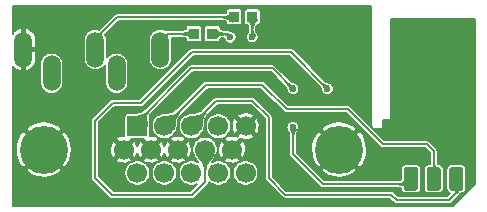
<source format=gbr>
G04 #@! TF.GenerationSoftware,KiCad,Pcbnew,(5.1.10-1-10_14)*
G04 #@! TF.CreationDate,2021-10-23T02:31:54-04:00*
G04 #@! TF.ProjectId,8DIN2VGA,3844494e-3256-4474-912e-6b696361645f,1*
G04 #@! TF.SameCoordinates,Original*
G04 #@! TF.FileFunction,Copper,L1,Top*
G04 #@! TF.FilePolarity,Positive*
%FSLAX46Y46*%
G04 Gerber Fmt 4.6, Leading zero omitted, Abs format (unit mm)*
G04 Created by KiCad (PCBNEW (5.1.10-1-10_14)) date 2021-10-23 02:31:54*
%MOMM*%
%LPD*%
G01*
G04 APERTURE LIST*
G04 #@! TA.AperFunction,SMDPad,CuDef*
%ADD10R,0.920000X0.970000*%
G04 #@! TD*
G04 #@! TA.AperFunction,ComponentPad*
%ADD11R,1.700000X1.700000*%
G04 #@! TD*
G04 #@! TA.AperFunction,ComponentPad*
%ADD12C,4.066000*%
G04 #@! TD*
G04 #@! TA.AperFunction,ComponentPad*
%ADD13C,1.700000*%
G04 #@! TD*
G04 #@! TA.AperFunction,ComponentPad*
%ADD14O,1.508000X3.016000*%
G04 #@! TD*
G04 #@! TA.AperFunction,ViaPad*
%ADD15C,0.600000*%
G04 #@! TD*
G04 #@! TA.AperFunction,Conductor*
%ADD16C,0.200000*%
G04 #@! TD*
G04 #@! TA.AperFunction,Conductor*
%ADD17C,0.160000*%
G04 #@! TD*
G04 #@! TA.AperFunction,Conductor*
%ADD18C,0.152400*%
G04 #@! TD*
G04 #@! TA.AperFunction,Conductor*
%ADD19C,0.025400*%
G04 #@! TD*
G04 APERTURE END LIST*
D10*
X134745000Y-99530000D03*
X136295000Y-99530000D03*
X138145000Y-98120000D03*
X139695000Y-98120000D03*
G04 #@! TA.AperFunction,SMDPad,CuDef*
G36*
G01*
X150830000Y-106750000D02*
X152530000Y-106750000D01*
G75*
G02*
X152680000Y-106900000I0J-150000D01*
G01*
X152680000Y-107800000D01*
G75*
G02*
X152530000Y-107950000I-150000J0D01*
G01*
X150830000Y-107950000D01*
G75*
G02*
X150680000Y-107800000I0J150000D01*
G01*
X150680000Y-106900000D01*
G75*
G02*
X150830000Y-106750000I150000J0D01*
G01*
G37*
G04 #@! TD.AperFunction*
G04 #@! TA.AperFunction,SMDPad,CuDef*
G36*
G01*
X157568000Y-110980000D02*
X157568000Y-112680000D01*
G75*
G02*
X157418000Y-112830000I-150000J0D01*
G01*
X156518000Y-112830000D01*
G75*
G02*
X156368000Y-112680000I0J150000D01*
G01*
X156368000Y-110980000D01*
G75*
G02*
X156518000Y-110830000I150000J0D01*
G01*
X157418000Y-110830000D01*
G75*
G02*
X157568000Y-110980000I0J-150000D01*
G01*
G37*
G04 #@! TD.AperFunction*
G04 #@! TA.AperFunction,SMDPad,CuDef*
G36*
G01*
X155644000Y-110980000D02*
X155644000Y-112680000D01*
G75*
G02*
X155494000Y-112830000I-150000J0D01*
G01*
X154594000Y-112830000D01*
G75*
G02*
X154444000Y-112680000I0J150000D01*
G01*
X154444000Y-110980000D01*
G75*
G02*
X154594000Y-110830000I150000J0D01*
G01*
X155494000Y-110830000D01*
G75*
G02*
X155644000Y-110980000I0J-150000D01*
G01*
G37*
G04 #@! TD.AperFunction*
G04 #@! TA.AperFunction,SMDPad,CuDef*
G36*
G01*
X153720000Y-110980000D02*
X153720000Y-112680000D01*
G75*
G02*
X153570000Y-112830000I-150000J0D01*
G01*
X152670000Y-112830000D01*
G75*
G02*
X152520000Y-112680000I0J150000D01*
G01*
X152520000Y-110980000D01*
G75*
G02*
X152670000Y-110830000I150000J0D01*
G01*
X153570000Y-110830000D01*
G75*
G02*
X153720000Y-110980000I0J-150000D01*
G01*
G37*
G04 #@! TD.AperFunction*
D11*
X129955000Y-107370000D03*
D12*
X122040000Y-109350000D03*
X147030000Y-109350000D03*
D13*
X132245000Y-107370000D03*
X134535000Y-107370000D03*
X136825000Y-107370000D03*
X139115000Y-107370000D03*
X128810000Y-109350000D03*
X131100000Y-109350000D03*
X133390000Y-109350000D03*
X135680000Y-109350000D03*
X137970000Y-109350000D03*
X129955000Y-111330000D03*
X132245000Y-111330000D03*
X134535000Y-111330000D03*
X136825000Y-111330000D03*
X139115000Y-111330000D03*
D14*
X120300000Y-100890000D03*
X122700000Y-102890000D03*
X126400000Y-100890000D03*
X128200000Y-102890000D03*
X131900000Y-100890000D03*
D15*
X137830000Y-99839998D03*
X139680000Y-99830000D03*
X143130000Y-104200000D03*
X143120000Y-107480000D03*
X136670000Y-103150000D03*
X138470000Y-104540000D03*
X137760000Y-112820000D03*
X133360000Y-112610000D03*
X153460000Y-99440000D03*
X156730000Y-99440000D03*
X153840000Y-109870000D03*
X143260000Y-111810000D03*
X153460000Y-107080000D03*
X156730000Y-107090000D03*
X146049980Y-104199984D03*
D16*
X137520002Y-99530000D02*
X137830000Y-99839998D01*
X136295000Y-99530000D02*
X137520002Y-99530000D01*
X139680000Y-99830000D02*
X139680000Y-98390000D01*
X128260000Y-98150000D02*
X137960000Y-98150000D01*
X126400000Y-100010000D02*
X128260000Y-98150000D01*
X137960000Y-98150000D02*
X138110000Y-98300000D01*
X126400000Y-100890000D02*
X126400000Y-100010000D01*
X129640000Y-107340000D02*
X134510000Y-102470000D01*
X134510000Y-102470000D02*
X141400000Y-102470000D01*
X141400000Y-102470000D02*
X143130000Y-104200000D01*
X143120000Y-109750000D02*
X143120000Y-107480000D01*
X145650000Y-112280000D02*
X143120000Y-109750000D01*
X152790000Y-112280000D02*
X145650000Y-112280000D01*
X153140000Y-111930000D02*
X152790000Y-112280000D01*
X155040000Y-109490000D02*
X155040000Y-111740000D01*
X154460000Y-108910000D02*
X155040000Y-109490000D01*
X150740000Y-108910000D02*
X154460000Y-108910000D01*
X142591196Y-105920000D02*
X147750000Y-105920000D01*
X140521196Y-103850000D02*
X142591196Y-105920000D01*
X135770000Y-103850000D02*
X140521196Y-103850000D01*
X147750000Y-105920000D02*
X150740000Y-108910000D01*
X132280000Y-107340000D02*
X135770000Y-103850000D01*
X132020000Y-107340000D02*
X132280000Y-107340000D01*
X156950000Y-113000000D02*
X156950000Y-111820000D01*
X151900000Y-113630000D02*
X156320000Y-113630000D01*
X151430000Y-113160000D02*
X151900000Y-113630000D01*
X141070000Y-106610000D02*
X141070000Y-111790000D01*
X156320000Y-113630000D02*
X156950000Y-113000000D01*
X141070000Y-111790000D02*
X142440000Y-113160000D01*
X139690000Y-105230000D02*
X141070000Y-106610000D01*
X136650000Y-105230000D02*
X139690000Y-105230000D01*
X142440000Y-113160000D02*
X151430000Y-113160000D01*
X134500000Y-107380000D02*
X136650000Y-105230000D01*
X134280000Y-107380000D02*
X134500000Y-107380000D01*
X132220000Y-99820000D02*
X132220000Y-99830000D01*
X132510000Y-99530000D02*
X132220000Y-99820000D01*
X134745000Y-99530000D02*
X132510000Y-99530000D01*
X134580000Y-101090000D02*
X142939996Y-101090000D01*
X135680000Y-112130000D02*
X134590000Y-113220000D01*
X135395001Y-109395001D02*
X135680000Y-109680000D01*
X135680000Y-109680000D02*
X135680000Y-112130000D01*
X130260000Y-105410000D02*
X134580000Y-101090000D01*
X127870000Y-105410000D02*
X130260000Y-105410000D01*
X127830000Y-113220000D02*
X126370000Y-111760000D01*
X126370000Y-111760000D02*
X126370000Y-106910000D01*
X126370000Y-106910000D02*
X127870000Y-105410000D01*
X134590000Y-113220000D02*
X127830000Y-113220000D01*
X142939996Y-101090000D02*
X146049980Y-104199984D01*
D17*
X149760001Y-107285744D02*
X149758597Y-107300000D01*
X149764196Y-107356850D01*
X149780779Y-107411515D01*
X149807707Y-107461895D01*
X149843947Y-107506053D01*
X149888105Y-107542293D01*
X149938485Y-107569221D01*
X149993150Y-107585804D01*
X150035755Y-107590000D01*
X150050000Y-107591403D01*
X150064245Y-107590000D01*
X151165755Y-107590000D01*
X151180000Y-107591403D01*
X151194245Y-107590000D01*
X151236850Y-107585804D01*
X151291515Y-107569221D01*
X151341895Y-107542293D01*
X151386053Y-107506053D01*
X151422293Y-107461895D01*
X151449221Y-107411515D01*
X151465804Y-107356850D01*
X151471403Y-107300000D01*
X151470000Y-107285755D01*
X151470000Y-98290000D01*
X158540000Y-98290000D01*
X158540001Y-112299877D01*
X156709879Y-114130000D01*
X119390000Y-114130000D01*
X119390000Y-111053272D01*
X120506434Y-111053272D01*
X120743208Y-111339037D01*
X121156167Y-111553810D01*
X121603092Y-111683891D01*
X122066807Y-111724283D01*
X122529491Y-111673432D01*
X122973365Y-111533293D01*
X123336792Y-111339037D01*
X123573566Y-111053272D01*
X122040000Y-109519706D01*
X120506434Y-111053272D01*
X119390000Y-111053272D01*
X119390000Y-109376807D01*
X119665717Y-109376807D01*
X119716568Y-109839491D01*
X119856707Y-110283365D01*
X120050963Y-110646792D01*
X120336728Y-110883566D01*
X121870294Y-109350000D01*
X122209706Y-109350000D01*
X123743272Y-110883566D01*
X124029037Y-110646792D01*
X124243810Y-110233833D01*
X124373891Y-109786908D01*
X124414283Y-109323193D01*
X124363432Y-108860509D01*
X124223293Y-108416635D01*
X124029037Y-108053208D01*
X123743272Y-107816434D01*
X122209706Y-109350000D01*
X121870294Y-109350000D01*
X120336728Y-107816434D01*
X120050963Y-108053208D01*
X119836190Y-108466167D01*
X119706109Y-108913092D01*
X119665717Y-109376807D01*
X119390000Y-109376807D01*
X119390000Y-107646728D01*
X120506434Y-107646728D01*
X122040000Y-109180294D01*
X123573566Y-107646728D01*
X123336792Y-107360963D01*
X122923833Y-107146190D01*
X122476908Y-107016109D01*
X122013193Y-106975717D01*
X121550509Y-107026568D01*
X121106635Y-107166707D01*
X120743208Y-107360963D01*
X120506434Y-107646728D01*
X119390000Y-107646728D01*
X119390000Y-106910000D01*
X126028356Y-106910000D01*
X126030001Y-106926703D01*
X126030000Y-111743307D01*
X126028356Y-111760000D01*
X126030000Y-111776693D01*
X126030000Y-111776700D01*
X126034920Y-111826651D01*
X126054361Y-111890741D01*
X126085933Y-111949807D01*
X126128421Y-112001578D01*
X126141394Y-112012225D01*
X127577775Y-113448607D01*
X127588421Y-113461579D01*
X127640192Y-113504067D01*
X127699258Y-113535639D01*
X127763348Y-113555080D01*
X127813299Y-113560000D01*
X127813307Y-113560000D01*
X127830000Y-113561644D01*
X127846693Y-113560000D01*
X134573307Y-113560000D01*
X134590000Y-113561644D01*
X134606693Y-113560000D01*
X134606701Y-113560000D01*
X134656652Y-113555080D01*
X134720742Y-113535639D01*
X134779808Y-113504067D01*
X134831579Y-113461579D01*
X134842230Y-113448602D01*
X135908607Y-112382225D01*
X135921579Y-112371579D01*
X135964067Y-112319808D01*
X135995639Y-112260742D01*
X136015080Y-112196652D01*
X136020000Y-112146701D01*
X136020000Y-112146693D01*
X136021644Y-112130000D01*
X136020000Y-112113307D01*
X136020000Y-112066492D01*
X136130166Y-112176658D01*
X136308691Y-112295945D01*
X136507059Y-112378112D01*
X136717644Y-112420000D01*
X136932356Y-112420000D01*
X137142941Y-112378112D01*
X137341309Y-112295945D01*
X137519834Y-112176658D01*
X137671658Y-112024834D01*
X137790945Y-111846309D01*
X137873112Y-111647941D01*
X137915000Y-111437356D01*
X137915000Y-111222644D01*
X138025000Y-111222644D01*
X138025000Y-111437356D01*
X138066888Y-111647941D01*
X138149055Y-111846309D01*
X138268342Y-112024834D01*
X138420166Y-112176658D01*
X138598691Y-112295945D01*
X138797059Y-112378112D01*
X139007644Y-112420000D01*
X139222356Y-112420000D01*
X139432941Y-112378112D01*
X139631309Y-112295945D01*
X139809834Y-112176658D01*
X139961658Y-112024834D01*
X140080945Y-111846309D01*
X140163112Y-111647941D01*
X140205000Y-111437356D01*
X140205000Y-111222644D01*
X140163112Y-111012059D01*
X140080945Y-110813691D01*
X139961658Y-110635166D01*
X139809834Y-110483342D01*
X139631309Y-110364055D01*
X139432941Y-110281888D01*
X139222356Y-110240000D01*
X139007644Y-110240000D01*
X138797059Y-110281888D01*
X138598691Y-110364055D01*
X138420166Y-110483342D01*
X138268342Y-110635166D01*
X138149055Y-110813691D01*
X138066888Y-111012059D01*
X138025000Y-111222644D01*
X137915000Y-111222644D01*
X137873112Y-111012059D01*
X137790945Y-110813691D01*
X137671658Y-110635166D01*
X137519834Y-110483342D01*
X137341309Y-110364055D01*
X137142941Y-110281888D01*
X136932356Y-110240000D01*
X136717644Y-110240000D01*
X136507059Y-110281888D01*
X136308691Y-110364055D01*
X136262120Y-110395172D01*
X136269828Y-110385938D01*
X136356437Y-110285494D01*
X136362098Y-110278678D01*
X136416781Y-110210311D01*
X137279394Y-110210311D01*
X137373717Y-110374869D01*
X137585117Y-110471505D01*
X137811307Y-110525042D01*
X138043595Y-110533423D01*
X138273055Y-110496327D01*
X138490869Y-110415177D01*
X138566283Y-110374869D01*
X138660606Y-110210311D01*
X137970000Y-109519706D01*
X137279394Y-110210311D01*
X136416781Y-110210311D01*
X136452952Y-110165090D01*
X136463757Y-110150481D01*
X136554801Y-110017094D01*
X136567021Y-109997171D01*
X136605950Y-109926166D01*
X136645945Y-109866309D01*
X136728112Y-109667941D01*
X136770000Y-109457356D01*
X136770000Y-109423595D01*
X136786577Y-109423595D01*
X136823673Y-109653055D01*
X136904823Y-109870869D01*
X136945131Y-109946283D01*
X137109689Y-110040606D01*
X137800294Y-109350000D01*
X138139706Y-109350000D01*
X138830311Y-110040606D01*
X138994869Y-109946283D01*
X139091505Y-109734883D01*
X139145042Y-109508693D01*
X139153423Y-109276405D01*
X139116327Y-109046945D01*
X139035177Y-108829131D01*
X138994869Y-108753717D01*
X138830311Y-108659394D01*
X138139706Y-109350000D01*
X137800294Y-109350000D01*
X137109689Y-108659394D01*
X136945131Y-108753717D01*
X136848495Y-108965117D01*
X136794958Y-109191307D01*
X136786577Y-109423595D01*
X136770000Y-109423595D01*
X136770000Y-109242644D01*
X136728112Y-109032059D01*
X136645945Y-108833691D01*
X136526658Y-108655166D01*
X136374834Y-108503342D01*
X136354401Y-108489689D01*
X137279394Y-108489689D01*
X137970000Y-109180294D01*
X138660606Y-108489689D01*
X138637337Y-108449093D01*
X138730117Y-108491505D01*
X138956307Y-108545042D01*
X139188595Y-108553423D01*
X139418055Y-108516327D01*
X139635869Y-108435177D01*
X139711283Y-108394869D01*
X139805606Y-108230311D01*
X139115000Y-107539706D01*
X138424394Y-108230311D01*
X138447663Y-108270907D01*
X138354883Y-108228495D01*
X138128693Y-108174958D01*
X137896405Y-108166577D01*
X137666945Y-108203673D01*
X137449131Y-108284823D01*
X137373717Y-108325131D01*
X137279394Y-108489689D01*
X136354401Y-108489689D01*
X136196309Y-108384055D01*
X135997941Y-108301888D01*
X135787356Y-108260000D01*
X135572644Y-108260000D01*
X135362059Y-108301888D01*
X135163691Y-108384055D01*
X134985166Y-108503342D01*
X134833342Y-108655166D01*
X134714055Y-108833691D01*
X134631888Y-109032059D01*
X134590000Y-109242644D01*
X134590000Y-109457356D01*
X134631888Y-109667941D01*
X134714055Y-109866309D01*
X134754050Y-109926166D01*
X134792978Y-109997170D01*
X134805198Y-110017094D01*
X134896242Y-110150481D01*
X134907047Y-110165090D01*
X134997901Y-110278678D01*
X135003562Y-110285494D01*
X135090171Y-110385938D01*
X135097878Y-110395172D01*
X135051309Y-110364055D01*
X134852941Y-110281888D01*
X134642356Y-110240000D01*
X134427644Y-110240000D01*
X134217059Y-110281888D01*
X134018691Y-110364055D01*
X133840166Y-110483342D01*
X133688342Y-110635166D01*
X133569055Y-110813691D01*
X133486888Y-111012059D01*
X133445000Y-111222644D01*
X133445000Y-111437356D01*
X133486888Y-111647941D01*
X133569055Y-111846309D01*
X133688342Y-112024834D01*
X133840166Y-112176658D01*
X134018691Y-112295945D01*
X134217059Y-112378112D01*
X134427644Y-112420000D01*
X134642356Y-112420000D01*
X134852941Y-112378112D01*
X135020435Y-112308734D01*
X134449169Y-112880000D01*
X127970832Y-112880000D01*
X126710000Y-111619169D01*
X126710000Y-111222644D01*
X128865000Y-111222644D01*
X128865000Y-111437356D01*
X128906888Y-111647941D01*
X128989055Y-111846309D01*
X129108342Y-112024834D01*
X129260166Y-112176658D01*
X129438691Y-112295945D01*
X129637059Y-112378112D01*
X129847644Y-112420000D01*
X130062356Y-112420000D01*
X130272941Y-112378112D01*
X130471309Y-112295945D01*
X130649834Y-112176658D01*
X130801658Y-112024834D01*
X130920945Y-111846309D01*
X131003112Y-111647941D01*
X131045000Y-111437356D01*
X131045000Y-111222644D01*
X131155000Y-111222644D01*
X131155000Y-111437356D01*
X131196888Y-111647941D01*
X131279055Y-111846309D01*
X131398342Y-112024834D01*
X131550166Y-112176658D01*
X131728691Y-112295945D01*
X131927059Y-112378112D01*
X132137644Y-112420000D01*
X132352356Y-112420000D01*
X132562941Y-112378112D01*
X132761309Y-112295945D01*
X132939834Y-112176658D01*
X133091658Y-112024834D01*
X133210945Y-111846309D01*
X133293112Y-111647941D01*
X133335000Y-111437356D01*
X133335000Y-111222644D01*
X133293112Y-111012059D01*
X133210945Y-110813691D01*
X133091658Y-110635166D01*
X132939834Y-110483342D01*
X132761309Y-110364055D01*
X132562941Y-110281888D01*
X132352356Y-110240000D01*
X132137644Y-110240000D01*
X131927059Y-110281888D01*
X131728691Y-110364055D01*
X131550166Y-110483342D01*
X131398342Y-110635166D01*
X131279055Y-110813691D01*
X131196888Y-111012059D01*
X131155000Y-111222644D01*
X131045000Y-111222644D01*
X131003112Y-111012059D01*
X130920945Y-110813691D01*
X130801658Y-110635166D01*
X130649834Y-110483342D01*
X130471309Y-110364055D01*
X130272941Y-110281888D01*
X130062356Y-110240000D01*
X129847644Y-110240000D01*
X129637059Y-110281888D01*
X129438691Y-110364055D01*
X129260166Y-110483342D01*
X129108342Y-110635166D01*
X128989055Y-110813691D01*
X128906888Y-111012059D01*
X128865000Y-111222644D01*
X126710000Y-111222644D01*
X126710000Y-110210311D01*
X128119394Y-110210311D01*
X128213717Y-110374869D01*
X128425117Y-110471505D01*
X128651307Y-110525042D01*
X128883595Y-110533423D01*
X129113055Y-110496327D01*
X129330869Y-110415177D01*
X129406283Y-110374869D01*
X129500606Y-110210311D01*
X130409394Y-110210311D01*
X130503717Y-110374869D01*
X130715117Y-110471505D01*
X130941307Y-110525042D01*
X131173595Y-110533423D01*
X131403055Y-110496327D01*
X131620869Y-110415177D01*
X131696283Y-110374869D01*
X131790606Y-110210311D01*
X132699394Y-110210311D01*
X132793717Y-110374869D01*
X133005117Y-110471505D01*
X133231307Y-110525042D01*
X133463595Y-110533423D01*
X133693055Y-110496327D01*
X133910869Y-110415177D01*
X133986283Y-110374869D01*
X134080606Y-110210311D01*
X133390000Y-109519706D01*
X132699394Y-110210311D01*
X131790606Y-110210311D01*
X131100000Y-109519706D01*
X130409394Y-110210311D01*
X129500606Y-110210311D01*
X128810000Y-109519706D01*
X128119394Y-110210311D01*
X126710000Y-110210311D01*
X126710000Y-109423595D01*
X127626577Y-109423595D01*
X127663673Y-109653055D01*
X127744823Y-109870869D01*
X127785131Y-109946283D01*
X127949689Y-110040606D01*
X128640294Y-109350000D01*
X128979706Y-109350000D01*
X129670311Y-110040606D01*
X129834869Y-109946283D01*
X129931505Y-109734883D01*
X129952537Y-109646026D01*
X129953673Y-109653055D01*
X130034823Y-109870869D01*
X130075131Y-109946283D01*
X130239689Y-110040606D01*
X130930294Y-109350000D01*
X131269706Y-109350000D01*
X131960311Y-110040606D01*
X132124869Y-109946283D01*
X132221505Y-109734883D01*
X132242537Y-109646026D01*
X132243673Y-109653055D01*
X132324823Y-109870869D01*
X132365131Y-109946283D01*
X132529689Y-110040606D01*
X133220294Y-109350000D01*
X133559706Y-109350000D01*
X134250311Y-110040606D01*
X134414869Y-109946283D01*
X134511505Y-109734883D01*
X134565042Y-109508693D01*
X134573423Y-109276405D01*
X134536327Y-109046945D01*
X134455177Y-108829131D01*
X134414869Y-108753717D01*
X134250311Y-108659394D01*
X133559706Y-109350000D01*
X133220294Y-109350000D01*
X132529689Y-108659394D01*
X132365131Y-108753717D01*
X132268495Y-108965117D01*
X132247463Y-109053974D01*
X132246327Y-109046945D01*
X132165177Y-108829131D01*
X132124869Y-108753717D01*
X131960311Y-108659394D01*
X131269706Y-109350000D01*
X130930294Y-109350000D01*
X130239689Y-108659394D01*
X130075131Y-108753717D01*
X129978495Y-108965117D01*
X129957463Y-109053974D01*
X129956327Y-109046945D01*
X129875177Y-108829131D01*
X129834869Y-108753717D01*
X129670311Y-108659394D01*
X128979706Y-109350000D01*
X128640294Y-109350000D01*
X127949689Y-108659394D01*
X127785131Y-108753717D01*
X127688495Y-108965117D01*
X127634958Y-109191307D01*
X127626577Y-109423595D01*
X126710000Y-109423595D01*
X126710000Y-108489689D01*
X128119394Y-108489689D01*
X128810000Y-109180294D01*
X129500606Y-108489689D01*
X129484254Y-108461161D01*
X130425746Y-108461161D01*
X130409394Y-108489689D01*
X131100000Y-109180294D01*
X131790606Y-108489689D01*
X132699394Y-108489689D01*
X133390000Y-109180294D01*
X134080606Y-108489689D01*
X133986283Y-108325131D01*
X133774883Y-108228495D01*
X133548693Y-108174958D01*
X133316405Y-108166577D01*
X133086945Y-108203673D01*
X132869131Y-108284823D01*
X132793717Y-108325131D01*
X132699394Y-108489689D01*
X131790606Y-108489689D01*
X131696283Y-108325131D01*
X131484883Y-108228495D01*
X131258693Y-108174958D01*
X131046161Y-108167290D01*
X131046161Y-107262644D01*
X131155000Y-107262644D01*
X131155000Y-107477356D01*
X131196888Y-107687941D01*
X131279055Y-107886309D01*
X131398342Y-108064834D01*
X131550166Y-108216658D01*
X131728691Y-108335945D01*
X131927059Y-108418112D01*
X132137644Y-108460000D01*
X132352356Y-108460000D01*
X132562941Y-108418112D01*
X132761309Y-108335945D01*
X132939834Y-108216658D01*
X133091658Y-108064834D01*
X133210945Y-107886309D01*
X133293112Y-107687941D01*
X133306532Y-107620476D01*
X133329410Y-107543353D01*
X133334931Y-107520790D01*
X133365806Y-107361586D01*
X133368578Y-107343718D01*
X133378041Y-107262644D01*
X133445000Y-107262644D01*
X133445000Y-107477356D01*
X133486888Y-107687941D01*
X133569055Y-107886309D01*
X133688342Y-108064834D01*
X133840166Y-108216658D01*
X134018691Y-108335945D01*
X134217059Y-108418112D01*
X134427644Y-108460000D01*
X134642356Y-108460000D01*
X134852941Y-108418112D01*
X135051309Y-108335945D01*
X135229834Y-108216658D01*
X135381658Y-108064834D01*
X135500945Y-107886309D01*
X135583112Y-107687941D01*
X135601042Y-107597800D01*
X135621531Y-107520615D01*
X135626596Y-107496672D01*
X135651210Y-107341639D01*
X135653440Y-107322826D01*
X135658173Y-107262644D01*
X135735000Y-107262644D01*
X135735000Y-107477356D01*
X135776888Y-107687941D01*
X135859055Y-107886309D01*
X135978342Y-108064834D01*
X136130166Y-108216658D01*
X136308691Y-108335945D01*
X136507059Y-108418112D01*
X136717644Y-108460000D01*
X136932356Y-108460000D01*
X137142941Y-108418112D01*
X137341309Y-108335945D01*
X137519834Y-108216658D01*
X137671658Y-108064834D01*
X137790945Y-107886309D01*
X137873112Y-107687941D01*
X137915000Y-107477356D01*
X137915000Y-107443595D01*
X137931577Y-107443595D01*
X137968673Y-107673055D01*
X138049823Y-107890869D01*
X138090131Y-107966283D01*
X138254689Y-108060606D01*
X138945294Y-107370000D01*
X139284706Y-107370000D01*
X139975311Y-108060606D01*
X140139869Y-107966283D01*
X140236505Y-107754883D01*
X140290042Y-107528693D01*
X140298423Y-107296405D01*
X140261327Y-107066945D01*
X140180177Y-106849131D01*
X140139869Y-106773717D01*
X139975311Y-106679394D01*
X139284706Y-107370000D01*
X138945294Y-107370000D01*
X138254689Y-106679394D01*
X138090131Y-106773717D01*
X137993495Y-106985117D01*
X137939958Y-107211307D01*
X137931577Y-107443595D01*
X137915000Y-107443595D01*
X137915000Y-107262644D01*
X137873112Y-107052059D01*
X137790945Y-106853691D01*
X137671658Y-106675166D01*
X137519834Y-106523342D01*
X137499401Y-106509689D01*
X138424394Y-106509689D01*
X139115000Y-107200294D01*
X139805606Y-106509689D01*
X139711283Y-106345131D01*
X139499883Y-106248495D01*
X139273693Y-106194958D01*
X139041405Y-106186577D01*
X138811945Y-106223673D01*
X138594131Y-106304823D01*
X138518717Y-106345131D01*
X138424394Y-106509689D01*
X137499401Y-106509689D01*
X137341309Y-106404055D01*
X137142941Y-106321888D01*
X136932356Y-106280000D01*
X136717644Y-106280000D01*
X136507059Y-106321888D01*
X136308691Y-106404055D01*
X136130166Y-106523342D01*
X135978342Y-106675166D01*
X135859055Y-106853691D01*
X135776888Y-107052059D01*
X135735000Y-107262644D01*
X135658173Y-107262644D01*
X135664559Y-107181468D01*
X135665106Y-107172238D01*
X135670276Y-107042953D01*
X135676651Y-106929407D01*
X135689666Y-106832643D01*
X135713687Y-106744560D01*
X135755410Y-106653493D01*
X135825605Y-106548976D01*
X135940231Y-106420601D01*
X136790833Y-105570000D01*
X139549169Y-105570000D01*
X140730000Y-106750832D01*
X140730001Y-111773297D01*
X140728356Y-111790000D01*
X140734920Y-111856651D01*
X140754361Y-111920741D01*
X140785933Y-111979807D01*
X140813638Y-112013565D01*
X140828422Y-112031579D01*
X140841394Y-112042225D01*
X142187774Y-113388606D01*
X142198421Y-113401579D01*
X142250192Y-113444067D01*
X142309258Y-113475639D01*
X142373348Y-113495080D01*
X142423299Y-113500000D01*
X142423307Y-113500000D01*
X142440000Y-113501644D01*
X142456693Y-113500000D01*
X151289169Y-113500000D01*
X151647779Y-113858612D01*
X151658421Y-113871579D01*
X151671387Y-113882220D01*
X151671392Y-113882225D01*
X151710192Y-113914067D01*
X151769258Y-113945639D01*
X151833348Y-113965080D01*
X151883299Y-113970000D01*
X151883308Y-113970000D01*
X151899999Y-113971644D01*
X151916690Y-113970000D01*
X156303307Y-113970000D01*
X156320000Y-113971644D01*
X156336693Y-113970000D01*
X156336701Y-113970000D01*
X156386652Y-113965080D01*
X156450742Y-113945639D01*
X156509808Y-113914067D01*
X156561579Y-113871579D01*
X156572229Y-113858602D01*
X157178617Y-113252216D01*
X157191578Y-113241579D01*
X157202216Y-113228617D01*
X157202226Y-113228607D01*
X157223879Y-113202222D01*
X157234067Y-113189808D01*
X157235367Y-113187376D01*
X157269614Y-113147912D01*
X157292273Y-113117164D01*
X157320822Y-113071161D01*
X157418000Y-113071161D01*
X157494312Y-113063645D01*
X157567691Y-113041386D01*
X157635317Y-113005238D01*
X157694593Y-112956593D01*
X157743238Y-112897317D01*
X157779386Y-112829691D01*
X157801645Y-112756312D01*
X157809161Y-112680000D01*
X157809161Y-110980000D01*
X157801645Y-110903688D01*
X157779386Y-110830309D01*
X157743238Y-110762683D01*
X157694593Y-110703407D01*
X157635317Y-110654762D01*
X157567691Y-110618614D01*
X157494312Y-110596355D01*
X157418000Y-110588839D01*
X156518000Y-110588839D01*
X156441688Y-110596355D01*
X156368309Y-110618614D01*
X156300683Y-110654762D01*
X156241407Y-110703407D01*
X156192762Y-110762683D01*
X156156614Y-110830309D01*
X156134355Y-110903688D01*
X156126839Y-110980000D01*
X156126839Y-112680000D01*
X156134355Y-112756312D01*
X156156614Y-112829691D01*
X156192762Y-112897317D01*
X156241407Y-112956593D01*
X156300683Y-113005238D01*
X156368309Y-113041386D01*
X156413940Y-113055228D01*
X156179169Y-113290000D01*
X152040833Y-113290000D01*
X151682229Y-112931398D01*
X151671579Y-112918421D01*
X151619808Y-112875933D01*
X151560742Y-112844361D01*
X151496652Y-112824920D01*
X151446701Y-112820000D01*
X151446693Y-112820000D01*
X151430000Y-112818356D01*
X151413307Y-112820000D01*
X142580832Y-112820000D01*
X141410000Y-111649169D01*
X141410000Y-107426815D01*
X142580000Y-107426815D01*
X142580000Y-107533185D01*
X142600752Y-107637512D01*
X142641458Y-107735786D01*
X142654842Y-107755817D01*
X142663680Y-107772885D01*
X142669092Y-107782763D01*
X142694803Y-107827180D01*
X142698120Y-107832736D01*
X142722111Y-107871719D01*
X142741613Y-107903660D01*
X142754686Y-107927197D01*
X142762946Y-107945237D01*
X142768914Y-107962843D01*
X142774088Y-107986253D01*
X142778172Y-108020891D01*
X142780001Y-108074152D01*
X142780000Y-109733307D01*
X142778356Y-109750000D01*
X142780000Y-109766693D01*
X142780000Y-109766700D01*
X142784920Y-109816651D01*
X142804361Y-109880741D01*
X142835933Y-109939807D01*
X142878421Y-109991578D01*
X142891394Y-110002225D01*
X145397779Y-112508612D01*
X145408421Y-112521579D01*
X145421387Y-112532220D01*
X145421392Y-112532225D01*
X145440580Y-112547972D01*
X145460192Y-112564067D01*
X145519258Y-112595639D01*
X145583348Y-112615080D01*
X145633299Y-112620000D01*
X145633306Y-112620000D01*
X145649999Y-112621644D01*
X145666692Y-112620000D01*
X152118741Y-112620000D01*
X152252620Y-112621361D01*
X152278839Y-112622218D01*
X152278839Y-112680000D01*
X152286355Y-112756312D01*
X152308614Y-112829691D01*
X152344762Y-112897317D01*
X152393407Y-112956593D01*
X152452683Y-113005238D01*
X152520309Y-113041386D01*
X152593688Y-113063645D01*
X152670000Y-113071161D01*
X153570000Y-113071161D01*
X153646312Y-113063645D01*
X153719691Y-113041386D01*
X153787317Y-113005238D01*
X153846593Y-112956593D01*
X153895238Y-112897317D01*
X153931386Y-112829691D01*
X153953645Y-112756312D01*
X153961161Y-112680000D01*
X153961161Y-110980000D01*
X153953645Y-110903688D01*
X153931386Y-110830309D01*
X153895238Y-110762683D01*
X153846593Y-110703407D01*
X153787317Y-110654762D01*
X153719691Y-110618614D01*
X153646312Y-110596355D01*
X153570000Y-110588839D01*
X152670000Y-110588839D01*
X152593688Y-110596355D01*
X152520309Y-110618614D01*
X152452683Y-110654762D01*
X152393407Y-110703407D01*
X152344762Y-110762683D01*
X152308614Y-110830309D01*
X152286355Y-110903688D01*
X152278839Y-110980000D01*
X152278839Y-111725063D01*
X152268429Y-111765210D01*
X152250343Y-111828668D01*
X152233489Y-111876209D01*
X152219013Y-111906025D01*
X152209309Y-111919646D01*
X152204199Y-111924243D01*
X152195595Y-111928818D01*
X152170267Y-111935566D01*
X152111035Y-111940000D01*
X145790833Y-111940000D01*
X144904105Y-111053272D01*
X145496434Y-111053272D01*
X145733208Y-111339037D01*
X146146167Y-111553810D01*
X146593092Y-111683891D01*
X147056807Y-111724283D01*
X147519491Y-111673432D01*
X147963365Y-111533293D01*
X148326792Y-111339037D01*
X148563566Y-111053272D01*
X147030000Y-109519706D01*
X145496434Y-111053272D01*
X144904105Y-111053272D01*
X143460000Y-109609169D01*
X143460000Y-109376807D01*
X144655717Y-109376807D01*
X144706568Y-109839491D01*
X144846707Y-110283365D01*
X145040963Y-110646792D01*
X145326728Y-110883566D01*
X146860294Y-109350000D01*
X147199706Y-109350000D01*
X148733272Y-110883566D01*
X149019037Y-110646792D01*
X149233810Y-110233833D01*
X149363891Y-109786908D01*
X149404283Y-109323193D01*
X149353432Y-108860509D01*
X149213293Y-108416635D01*
X149019037Y-108053208D01*
X148733272Y-107816434D01*
X147199706Y-109350000D01*
X146860294Y-109350000D01*
X145326728Y-107816434D01*
X145040963Y-108053208D01*
X144826190Y-108466167D01*
X144696109Y-108913092D01*
X144655717Y-109376807D01*
X143460000Y-109376807D01*
X143460000Y-108074125D01*
X143461827Y-108020890D01*
X143465911Y-107986253D01*
X143471085Y-107962843D01*
X143477053Y-107945237D01*
X143485313Y-107927197D01*
X143498386Y-107903660D01*
X143517888Y-107871719D01*
X143541879Y-107832736D01*
X143545196Y-107827180D01*
X143570907Y-107782763D01*
X143576318Y-107772888D01*
X143585157Y-107755817D01*
X143598542Y-107735786D01*
X143635430Y-107646728D01*
X145496434Y-107646728D01*
X147030000Y-109180294D01*
X148563566Y-107646728D01*
X148326792Y-107360963D01*
X147913833Y-107146190D01*
X147466908Y-107016109D01*
X147003193Y-106975717D01*
X146540509Y-107026568D01*
X146096635Y-107166707D01*
X145733208Y-107360963D01*
X145496434Y-107646728D01*
X143635430Y-107646728D01*
X143639248Y-107637512D01*
X143660000Y-107533185D01*
X143660000Y-107426815D01*
X143639248Y-107322488D01*
X143598542Y-107224214D01*
X143539446Y-107135770D01*
X143464230Y-107060554D01*
X143375786Y-107001458D01*
X143277512Y-106960752D01*
X143173185Y-106940000D01*
X143066815Y-106940000D01*
X142962488Y-106960752D01*
X142864214Y-107001458D01*
X142775770Y-107060554D01*
X142700554Y-107135770D01*
X142641458Y-107224214D01*
X142600752Y-107322488D01*
X142580000Y-107426815D01*
X141410000Y-107426815D01*
X141410000Y-106626693D01*
X141411644Y-106610000D01*
X141410000Y-106593307D01*
X141410000Y-106593299D01*
X141405080Y-106543348D01*
X141385639Y-106479258D01*
X141354067Y-106420192D01*
X141352211Y-106417931D01*
X141322225Y-106381393D01*
X141322221Y-106381389D01*
X141311578Y-106368421D01*
X141298611Y-106357779D01*
X139942230Y-105001399D01*
X139931579Y-104988421D01*
X139879808Y-104945933D01*
X139820742Y-104914361D01*
X139756652Y-104894920D01*
X139706701Y-104890000D01*
X139706693Y-104890000D01*
X139690000Y-104888356D01*
X139673307Y-104890000D01*
X136666692Y-104890000D01*
X136649999Y-104888356D01*
X136633306Y-104890000D01*
X136633299Y-104890000D01*
X136583348Y-104894920D01*
X136519258Y-104914361D01*
X136460192Y-104945933D01*
X136421392Y-104977775D01*
X136421387Y-104977780D01*
X136408421Y-104988421D01*
X136397779Y-105001388D01*
X135459334Y-105939834D01*
X135328602Y-106056714D01*
X135221528Y-106129091D01*
X135127686Y-106172894D01*
X135036773Y-106198931D01*
X134937378Y-106214207D01*
X134821626Y-106223586D01*
X134690925Y-106232810D01*
X134680434Y-106233783D01*
X134538657Y-106250067D01*
X134518891Y-106253176D01*
X134363664Y-106284279D01*
X134339308Y-106290503D01*
X134276877Y-106309989D01*
X134217059Y-106321888D01*
X134018691Y-106404055D01*
X133840166Y-106523342D01*
X133688342Y-106675166D01*
X133569055Y-106853691D01*
X133486888Y-107052059D01*
X133445000Y-107262644D01*
X133378041Y-107262644D01*
X133385504Y-107198710D01*
X133386366Y-107189921D01*
X133396924Y-107057232D01*
X133408109Y-106940159D01*
X133425490Y-106838946D01*
X133454086Y-106745314D01*
X133501203Y-106647938D01*
X133577634Y-106536867D01*
X133698746Y-106402085D01*
X135910833Y-104190000D01*
X140380365Y-104190000D01*
X142338970Y-106148606D01*
X142349617Y-106161579D01*
X142401388Y-106204067D01*
X142460454Y-106235639D01*
X142524544Y-106255080D01*
X142574495Y-106260000D01*
X142574502Y-106260000D01*
X142591195Y-106261644D01*
X142607888Y-106260000D01*
X147609169Y-106260000D01*
X150487779Y-109138612D01*
X150498421Y-109151579D01*
X150511387Y-109162220D01*
X150511393Y-109162226D01*
X150532653Y-109179673D01*
X150550192Y-109194067D01*
X150609258Y-109225639D01*
X150673348Y-109245080D01*
X150723299Y-109250000D01*
X150723307Y-109250000D01*
X150740000Y-109251644D01*
X150756693Y-109250000D01*
X154319169Y-109250000D01*
X154700000Y-109630832D01*
X154700000Y-110588839D01*
X154594000Y-110588839D01*
X154517688Y-110596355D01*
X154444309Y-110618614D01*
X154376683Y-110654762D01*
X154317407Y-110703407D01*
X154268762Y-110762683D01*
X154232614Y-110830309D01*
X154210355Y-110903688D01*
X154202839Y-110980000D01*
X154202839Y-112680000D01*
X154210355Y-112756312D01*
X154232614Y-112829691D01*
X154268762Y-112897317D01*
X154317407Y-112956593D01*
X154376683Y-113005238D01*
X154444309Y-113041386D01*
X154517688Y-113063645D01*
X154594000Y-113071161D01*
X155494000Y-113071161D01*
X155570312Y-113063645D01*
X155643691Y-113041386D01*
X155711317Y-113005238D01*
X155770593Y-112956593D01*
X155819238Y-112897317D01*
X155855386Y-112829691D01*
X155877645Y-112756312D01*
X155885161Y-112680000D01*
X155885161Y-110980000D01*
X155877645Y-110903688D01*
X155855386Y-110830309D01*
X155819238Y-110762683D01*
X155770593Y-110703407D01*
X155711317Y-110654762D01*
X155643691Y-110618614D01*
X155570312Y-110596355D01*
X155494000Y-110588839D01*
X155380000Y-110588839D01*
X155380000Y-109506693D01*
X155381644Y-109490000D01*
X155380000Y-109473307D01*
X155380000Y-109473299D01*
X155375080Y-109423348D01*
X155355639Y-109359258D01*
X155324067Y-109300192D01*
X155304545Y-109276405D01*
X155292225Y-109261393D01*
X155292221Y-109261389D01*
X155281578Y-109248421D01*
X155268611Y-109237779D01*
X154712229Y-108681398D01*
X154701579Y-108668421D01*
X154649808Y-108625933D01*
X154590742Y-108594361D01*
X154526652Y-108574920D01*
X154476701Y-108570000D01*
X154476693Y-108570000D01*
X154460000Y-108568356D01*
X154443307Y-108570000D01*
X150880833Y-108570000D01*
X148002230Y-105691399D01*
X147991579Y-105678421D01*
X147939808Y-105635933D01*
X147880742Y-105604361D01*
X147816652Y-105584920D01*
X147766701Y-105580000D01*
X147766693Y-105580000D01*
X147750000Y-105578356D01*
X147733307Y-105580000D01*
X142732028Y-105580000D01*
X140773426Y-103621399D01*
X140762775Y-103608421D01*
X140711004Y-103565933D01*
X140651938Y-103534361D01*
X140587848Y-103514920D01*
X140537897Y-103510000D01*
X140537889Y-103510000D01*
X140521196Y-103508356D01*
X140504503Y-103510000D01*
X135786690Y-103510000D01*
X135769999Y-103508356D01*
X135753308Y-103510000D01*
X135753299Y-103510000D01*
X135703348Y-103514920D01*
X135639258Y-103534361D01*
X135580192Y-103565933D01*
X135541392Y-103597775D01*
X135541387Y-103597780D01*
X135528421Y-103608421D01*
X135517779Y-103621388D01*
X133217933Y-105921235D01*
X133083583Y-106041925D01*
X132972984Y-106117929D01*
X132876112Y-106164631D01*
X132782987Y-106192816D01*
X132682248Y-106209733D01*
X132565585Y-106220311D01*
X132433107Y-106230065D01*
X132424549Y-106230849D01*
X132279586Y-106246757D01*
X132261884Y-106249371D01*
X132102686Y-106278978D01*
X132080189Y-106284294D01*
X131999932Y-106307393D01*
X131927059Y-106321888D01*
X131728691Y-106404055D01*
X131550166Y-106523342D01*
X131398342Y-106675166D01*
X131279055Y-106853691D01*
X131196888Y-107052059D01*
X131155000Y-107262644D01*
X131046161Y-107262644D01*
X131046161Y-106520000D01*
X131041527Y-106472952D01*
X131030769Y-106437486D01*
X131081241Y-106379591D01*
X134650832Y-102810000D01*
X141259169Y-102810000D01*
X142469476Y-104020308D01*
X142505821Y-104059238D01*
X142527430Y-104086623D01*
X142540320Y-104106828D01*
X142548554Y-104123508D01*
X142555471Y-104142108D01*
X142562864Y-104167975D01*
X142571644Y-104204281D01*
X142582264Y-104248891D01*
X142583847Y-104255162D01*
X142597074Y-104304750D01*
X142600231Y-104315561D01*
X142606052Y-104333886D01*
X142610752Y-104357512D01*
X142651458Y-104455786D01*
X142710554Y-104544230D01*
X142785770Y-104619446D01*
X142874214Y-104678542D01*
X142972488Y-104719248D01*
X143076815Y-104740000D01*
X143183185Y-104740000D01*
X143287512Y-104719248D01*
X143385786Y-104678542D01*
X143474230Y-104619446D01*
X143549446Y-104544230D01*
X143608542Y-104455786D01*
X143649248Y-104357512D01*
X143670000Y-104253185D01*
X143670000Y-104146815D01*
X143649248Y-104042488D01*
X143608542Y-103944214D01*
X143549446Y-103855770D01*
X143474230Y-103780554D01*
X143385786Y-103721458D01*
X143287512Y-103680752D01*
X143263886Y-103676052D01*
X143245561Y-103670231D01*
X143234750Y-103667074D01*
X143185162Y-103653847D01*
X143178891Y-103652264D01*
X143134281Y-103641644D01*
X143097975Y-103632864D01*
X143072108Y-103625471D01*
X143053508Y-103618554D01*
X143036828Y-103610320D01*
X143016623Y-103597430D01*
X142989238Y-103575821D01*
X142950308Y-103539476D01*
X141652229Y-102241398D01*
X141641579Y-102228421D01*
X141589808Y-102185933D01*
X141530742Y-102154361D01*
X141466652Y-102134920D01*
X141416701Y-102130000D01*
X141416693Y-102130000D01*
X141400000Y-102128356D01*
X141383307Y-102130000D01*
X134526692Y-102130000D01*
X134509999Y-102128356D01*
X134493306Y-102130000D01*
X134493299Y-102130000D01*
X134443348Y-102134920D01*
X134379258Y-102154361D01*
X134320192Y-102185933D01*
X134268421Y-102228421D01*
X134257775Y-102241393D01*
X130599810Y-105899359D01*
X130464665Y-106018871D01*
X130350841Y-106094065D01*
X130246544Y-106142556D01*
X130142203Y-106175280D01*
X130028778Y-106200394D01*
X129905891Y-106224734D01*
X129895191Y-106227109D01*
X129767876Y-106258428D01*
X129744000Y-106265636D01*
X129707281Y-106278839D01*
X129105000Y-106278839D01*
X129057952Y-106283473D01*
X129012712Y-106297196D01*
X128971018Y-106319482D01*
X128934473Y-106349473D01*
X128904482Y-106386018D01*
X128882196Y-106427712D01*
X128868473Y-106472952D01*
X128863839Y-106520000D01*
X128863839Y-108171175D01*
X128736405Y-108166577D01*
X128506945Y-108203673D01*
X128289131Y-108284823D01*
X128213717Y-108325131D01*
X128119394Y-108489689D01*
X126710000Y-108489689D01*
X126710000Y-107050831D01*
X128010833Y-105750000D01*
X130243307Y-105750000D01*
X130260000Y-105751644D01*
X130276693Y-105750000D01*
X130276701Y-105750000D01*
X130326652Y-105745080D01*
X130390742Y-105725639D01*
X130449808Y-105694067D01*
X130501579Y-105651579D01*
X130512230Y-105638601D01*
X134720832Y-101430000D01*
X142799165Y-101430000D01*
X145389459Y-104020295D01*
X145425801Y-104059222D01*
X145447410Y-104086607D01*
X145460300Y-104106812D01*
X145468534Y-104123492D01*
X145475451Y-104142092D01*
X145482844Y-104167959D01*
X145491624Y-104204265D01*
X145502244Y-104248875D01*
X145503827Y-104255146D01*
X145517054Y-104304734D01*
X145520211Y-104315545D01*
X145526032Y-104333870D01*
X145530732Y-104357496D01*
X145571438Y-104455770D01*
X145630534Y-104544214D01*
X145705750Y-104619430D01*
X145794194Y-104678526D01*
X145892468Y-104719232D01*
X145996795Y-104739984D01*
X146103165Y-104739984D01*
X146207492Y-104719232D01*
X146305766Y-104678526D01*
X146394210Y-104619430D01*
X146469426Y-104544214D01*
X146528522Y-104455770D01*
X146569228Y-104357496D01*
X146589980Y-104253169D01*
X146589980Y-104146799D01*
X146569228Y-104042472D01*
X146528522Y-103944198D01*
X146469426Y-103855754D01*
X146394210Y-103780538D01*
X146305766Y-103721442D01*
X146207492Y-103680736D01*
X146183866Y-103676036D01*
X146165541Y-103670215D01*
X146154730Y-103667058D01*
X146105142Y-103653831D01*
X146098871Y-103652248D01*
X146054261Y-103641628D01*
X146017955Y-103632848D01*
X145992088Y-103625455D01*
X145973488Y-103618538D01*
X145956808Y-103610304D01*
X145936603Y-103597414D01*
X145909218Y-103575805D01*
X145870291Y-103539463D01*
X143192226Y-100861399D01*
X143181575Y-100848421D01*
X143129804Y-100805933D01*
X143070738Y-100774361D01*
X143006648Y-100754920D01*
X142956697Y-100750000D01*
X142956689Y-100750000D01*
X142939996Y-100748356D01*
X142923303Y-100750000D01*
X134596693Y-100750000D01*
X134580000Y-100748356D01*
X134563307Y-100750000D01*
X134563299Y-100750000D01*
X134513348Y-100754920D01*
X134449258Y-100774361D01*
X134390192Y-100805933D01*
X134338421Y-100848421D01*
X134327775Y-100861393D01*
X130119169Y-105070000D01*
X127886690Y-105070000D01*
X127869999Y-105068356D01*
X127853308Y-105070000D01*
X127853299Y-105070000D01*
X127803348Y-105074920D01*
X127739258Y-105094361D01*
X127730097Y-105099258D01*
X127680192Y-105125933D01*
X127641392Y-105157775D01*
X127641387Y-105157780D01*
X127628421Y-105168421D01*
X127617779Y-105181388D01*
X126141394Y-106657775D01*
X126128422Y-106668421D01*
X126117776Y-106681393D01*
X126117775Y-106681394D01*
X126085933Y-106720193D01*
X126054361Y-106779259D01*
X126034920Y-106843349D01*
X126028356Y-106910000D01*
X119390000Y-106910000D01*
X119390000Y-102236132D01*
X119465356Y-102346014D01*
X119618350Y-102495356D01*
X119797539Y-102611981D01*
X120012945Y-102689301D01*
X120180000Y-102638285D01*
X120180000Y-101010000D01*
X120420000Y-101010000D01*
X120420000Y-102638285D01*
X120587055Y-102689301D01*
X120802461Y-102611981D01*
X120981650Y-102495356D01*
X121134644Y-102346014D01*
X121255563Y-102169694D01*
X121290917Y-102087175D01*
X121706000Y-102087175D01*
X121706001Y-103692826D01*
X121720384Y-103838858D01*
X121777222Y-104026228D01*
X121869522Y-104198909D01*
X121993736Y-104350265D01*
X122145092Y-104474479D01*
X122317773Y-104566779D01*
X122505143Y-104623617D01*
X122700000Y-104642809D01*
X122894858Y-104623617D01*
X123082228Y-104566779D01*
X123254909Y-104474479D01*
X123406265Y-104350265D01*
X123530479Y-104198909D01*
X123622779Y-104026228D01*
X123679617Y-103838858D01*
X123694000Y-103692826D01*
X123694000Y-102087174D01*
X123679617Y-101941142D01*
X123622779Y-101753772D01*
X123530479Y-101581091D01*
X123406265Y-101429735D01*
X123254909Y-101305521D01*
X123082227Y-101213221D01*
X122894857Y-101156383D01*
X122700000Y-101137191D01*
X122505142Y-101156383D01*
X122317772Y-101213221D01*
X122145091Y-101305521D01*
X121993735Y-101429735D01*
X121869521Y-101581091D01*
X121777221Y-101753773D01*
X121720383Y-101941143D01*
X121706000Y-102087175D01*
X121290917Y-102087175D01*
X121339760Y-101973172D01*
X121384000Y-101764000D01*
X121384000Y-101010000D01*
X120420000Y-101010000D01*
X120180000Y-101010000D01*
X120160000Y-101010000D01*
X120160000Y-100770000D01*
X120180000Y-100770000D01*
X120180000Y-99141715D01*
X120420000Y-99141715D01*
X120420000Y-100770000D01*
X121384000Y-100770000D01*
X121384000Y-100087175D01*
X125406000Y-100087175D01*
X125406001Y-101692826D01*
X125420384Y-101838858D01*
X125477222Y-102026228D01*
X125569522Y-102198909D01*
X125693736Y-102350265D01*
X125845092Y-102474479D01*
X126017773Y-102566779D01*
X126205143Y-102623617D01*
X126400000Y-102642809D01*
X126594858Y-102623617D01*
X126782228Y-102566779D01*
X126954909Y-102474479D01*
X127106265Y-102350265D01*
X127206000Y-102228737D01*
X127206001Y-103692826D01*
X127220384Y-103838858D01*
X127277222Y-104026228D01*
X127369522Y-104198909D01*
X127493736Y-104350265D01*
X127645092Y-104474479D01*
X127817773Y-104566779D01*
X128005143Y-104623617D01*
X128200000Y-104642809D01*
X128394858Y-104623617D01*
X128582228Y-104566779D01*
X128754909Y-104474479D01*
X128906265Y-104350265D01*
X129030479Y-104198909D01*
X129122779Y-104026228D01*
X129179617Y-103838858D01*
X129194000Y-103692826D01*
X129194000Y-102087174D01*
X129179617Y-101941142D01*
X129122779Y-101753772D01*
X129030479Y-101581091D01*
X128906265Y-101429735D01*
X128754909Y-101305521D01*
X128582227Y-101213221D01*
X128394857Y-101156383D01*
X128200000Y-101137191D01*
X128005142Y-101156383D01*
X127817772Y-101213221D01*
X127645091Y-101305521D01*
X127493735Y-101429735D01*
X127394000Y-101551263D01*
X127394000Y-100087175D01*
X130906000Y-100087175D01*
X130906001Y-101692826D01*
X130920384Y-101838858D01*
X130977222Y-102026228D01*
X131069522Y-102198909D01*
X131193736Y-102350265D01*
X131345092Y-102474479D01*
X131517773Y-102566779D01*
X131705143Y-102623617D01*
X131900000Y-102642809D01*
X132094858Y-102623617D01*
X132282228Y-102566779D01*
X132454909Y-102474479D01*
X132606265Y-102350265D01*
X132730479Y-102198909D01*
X132822779Y-102026228D01*
X132879617Y-101838858D01*
X132894000Y-101692826D01*
X132894000Y-100087174D01*
X132879617Y-99941142D01*
X132858036Y-99870000D01*
X133829553Y-99870000D01*
X133916869Y-99873965D01*
X133976053Y-99883211D01*
X134018682Y-99895695D01*
X134043839Y-99906942D01*
X134043839Y-100015000D01*
X134048473Y-100062048D01*
X134062196Y-100107288D01*
X134084482Y-100148982D01*
X134114473Y-100185527D01*
X134151018Y-100215518D01*
X134192712Y-100237804D01*
X134237952Y-100251527D01*
X134285000Y-100256161D01*
X135205000Y-100256161D01*
X135252048Y-100251527D01*
X135297288Y-100237804D01*
X135338982Y-100215518D01*
X135375527Y-100185527D01*
X135405518Y-100148982D01*
X135427804Y-100107288D01*
X135441527Y-100062048D01*
X135446161Y-100015000D01*
X135446161Y-99045000D01*
X135593839Y-99045000D01*
X135593839Y-100015000D01*
X135598473Y-100062048D01*
X135612196Y-100107288D01*
X135634482Y-100148982D01*
X135664473Y-100185527D01*
X135701018Y-100215518D01*
X135742712Y-100237804D01*
X135787952Y-100251527D01*
X135835000Y-100256161D01*
X136755000Y-100256161D01*
X136802048Y-100251527D01*
X136847288Y-100237804D01*
X136888982Y-100215518D01*
X136925527Y-100185527D01*
X136955518Y-100148982D01*
X136977804Y-100107288D01*
X136991527Y-100062048D01*
X136996161Y-100015000D01*
X136996161Y-99906942D01*
X137021317Y-99895695D01*
X137063946Y-99883211D01*
X137123130Y-99873965D01*
X137210447Y-99870000D01*
X137284937Y-99870000D01*
X137288309Y-99890194D01*
X137289864Y-99898584D01*
X137298808Y-99942480D01*
X137303349Y-99960981D01*
X137303792Y-99962518D01*
X137310752Y-99997510D01*
X137351458Y-100095784D01*
X137410554Y-100184228D01*
X137485770Y-100259444D01*
X137574214Y-100318540D01*
X137672488Y-100359246D01*
X137776815Y-100379998D01*
X137883185Y-100379998D01*
X137987512Y-100359246D01*
X138085786Y-100318540D01*
X138174230Y-100259444D01*
X138249446Y-100184228D01*
X138308542Y-100095784D01*
X138349248Y-99997510D01*
X138370000Y-99893183D01*
X138370000Y-99786813D01*
X138349248Y-99682486D01*
X138308542Y-99584212D01*
X138249446Y-99495768D01*
X138174230Y-99420552D01*
X138085786Y-99361456D01*
X137987512Y-99320750D01*
X137883185Y-99299998D01*
X137836509Y-99299998D01*
X137800458Y-99298039D01*
X137779616Y-99294421D01*
X137762352Y-99289361D01*
X137761581Y-99288421D01*
X137709810Y-99245933D01*
X137650744Y-99214361D01*
X137586654Y-99194920D01*
X137536703Y-99190000D01*
X137536695Y-99190000D01*
X137520002Y-99188356D01*
X137503309Y-99190000D01*
X137210450Y-99190000D01*
X137123130Y-99186034D01*
X137063946Y-99176788D01*
X137021317Y-99164304D01*
X136996161Y-99153057D01*
X136996161Y-99045000D01*
X136991527Y-98997952D01*
X136977804Y-98952712D01*
X136955518Y-98911018D01*
X136925527Y-98874473D01*
X136888982Y-98844482D01*
X136847288Y-98822196D01*
X136802048Y-98808473D01*
X136755000Y-98803839D01*
X135835000Y-98803839D01*
X135787952Y-98808473D01*
X135742712Y-98822196D01*
X135701018Y-98844482D01*
X135664473Y-98874473D01*
X135634482Y-98911018D01*
X135612196Y-98952712D01*
X135598473Y-98997952D01*
X135593839Y-99045000D01*
X135446161Y-99045000D01*
X135441527Y-98997952D01*
X135427804Y-98952712D01*
X135405518Y-98911018D01*
X135375527Y-98874473D01*
X135338982Y-98844482D01*
X135297288Y-98822196D01*
X135252048Y-98808473D01*
X135205000Y-98803839D01*
X134285000Y-98803839D01*
X134237952Y-98808473D01*
X134192712Y-98822196D01*
X134151018Y-98844482D01*
X134114473Y-98874473D01*
X134084482Y-98911018D01*
X134062196Y-98952712D01*
X134048473Y-98997952D01*
X134043839Y-99045000D01*
X134043839Y-99153057D01*
X134018682Y-99164304D01*
X133976053Y-99176788D01*
X133916869Y-99186034D01*
X133829550Y-99190000D01*
X132526693Y-99190000D01*
X132510000Y-99188356D01*
X132493307Y-99190000D01*
X132493299Y-99190000D01*
X132443348Y-99194920D01*
X132379258Y-99214361D01*
X132331809Y-99239723D01*
X132282227Y-99213221D01*
X132094857Y-99156383D01*
X131900000Y-99137191D01*
X131705142Y-99156383D01*
X131517772Y-99213221D01*
X131345091Y-99305521D01*
X131193735Y-99429735D01*
X131069521Y-99581091D01*
X130977221Y-99753773D01*
X130920383Y-99941143D01*
X130906000Y-100087175D01*
X127394000Y-100087175D01*
X127394000Y-100087174D01*
X127379617Y-99941142D01*
X127322779Y-99753772D01*
X127258088Y-99632744D01*
X128400833Y-98490000D01*
X137214899Y-98490000D01*
X137307911Y-98493963D01*
X137373106Y-98503459D01*
X137421694Y-98516612D01*
X137443839Y-98525671D01*
X137443839Y-98605000D01*
X137448473Y-98652048D01*
X137462196Y-98697288D01*
X137484482Y-98738982D01*
X137514473Y-98775527D01*
X137551018Y-98805518D01*
X137592712Y-98827804D01*
X137637952Y-98841527D01*
X137685000Y-98846161D01*
X138605000Y-98846161D01*
X138652048Y-98841527D01*
X138697288Y-98827804D01*
X138738982Y-98805518D01*
X138775527Y-98775527D01*
X138805518Y-98738982D01*
X138827804Y-98697288D01*
X138841527Y-98652048D01*
X138846161Y-98605000D01*
X138846161Y-97635000D01*
X138993839Y-97635000D01*
X138993839Y-98605000D01*
X138998473Y-98652048D01*
X139012196Y-98697288D01*
X139034482Y-98738982D01*
X139064473Y-98775527D01*
X139101018Y-98805518D01*
X139142712Y-98827804D01*
X139187952Y-98841527D01*
X139235000Y-98846161D01*
X139313767Y-98846161D01*
X139326633Y-98892064D01*
X139336033Y-98954663D01*
X139340001Y-99045260D01*
X139340000Y-99235857D01*
X139338172Y-99289108D01*
X139334088Y-99323746D01*
X139328914Y-99347156D01*
X139322946Y-99364762D01*
X139314686Y-99382802D01*
X139301613Y-99406339D01*
X139282111Y-99438280D01*
X139258120Y-99477263D01*
X139254803Y-99482819D01*
X139229092Y-99527236D01*
X139223679Y-99537116D01*
X139214841Y-99554185D01*
X139201458Y-99574214D01*
X139160752Y-99672488D01*
X139140000Y-99776815D01*
X139140000Y-99883185D01*
X139160752Y-99987512D01*
X139201458Y-100085786D01*
X139260554Y-100174230D01*
X139335770Y-100249446D01*
X139424214Y-100308542D01*
X139522488Y-100349248D01*
X139626815Y-100370000D01*
X139733185Y-100370000D01*
X139837512Y-100349248D01*
X139935786Y-100308542D01*
X140024230Y-100249446D01*
X140099446Y-100174230D01*
X140158542Y-100085786D01*
X140199248Y-99987512D01*
X140220000Y-99883185D01*
X140220000Y-99776815D01*
X140199248Y-99672488D01*
X140158542Y-99574214D01*
X140145159Y-99554185D01*
X140136319Y-99537113D01*
X140130907Y-99527236D01*
X140105196Y-99482819D01*
X140101879Y-99477263D01*
X140077888Y-99438280D01*
X140058386Y-99406339D01*
X140045313Y-99382802D01*
X140037053Y-99364762D01*
X140031085Y-99347156D01*
X140025911Y-99323746D01*
X140021827Y-99289108D01*
X140020000Y-99235875D01*
X140020000Y-99045401D01*
X140023940Y-98957910D01*
X140033149Y-98898653D01*
X140045558Y-98856236D01*
X140050084Y-98846161D01*
X140155000Y-98846161D01*
X140202048Y-98841527D01*
X140247288Y-98827804D01*
X140288982Y-98805518D01*
X140325527Y-98775527D01*
X140355518Y-98738982D01*
X140377804Y-98697288D01*
X140391527Y-98652048D01*
X140396161Y-98605000D01*
X140396161Y-97635000D01*
X140391527Y-97587952D01*
X140377804Y-97542712D01*
X140355518Y-97501018D01*
X140325527Y-97464473D01*
X140288982Y-97434482D01*
X140247288Y-97412196D01*
X140202048Y-97398473D01*
X140155000Y-97393839D01*
X139235000Y-97393839D01*
X139187952Y-97398473D01*
X139142712Y-97412196D01*
X139101018Y-97434482D01*
X139064473Y-97464473D01*
X139034482Y-97501018D01*
X139012196Y-97542712D01*
X138998473Y-97587952D01*
X138993839Y-97635000D01*
X138846161Y-97635000D01*
X138841527Y-97587952D01*
X138827804Y-97542712D01*
X138805518Y-97501018D01*
X138775527Y-97464473D01*
X138738982Y-97434482D01*
X138697288Y-97412196D01*
X138652048Y-97398473D01*
X138605000Y-97393839D01*
X137685000Y-97393839D01*
X137637952Y-97398473D01*
X137592712Y-97412196D01*
X137551018Y-97434482D01*
X137514473Y-97464473D01*
X137484482Y-97501018D01*
X137462196Y-97542712D01*
X137448473Y-97587952D01*
X137443839Y-97635000D01*
X137443839Y-97763980D01*
X137435017Y-97769420D01*
X137401579Y-97784660D01*
X137360046Y-97796924D01*
X137301477Y-97806075D01*
X137214574Y-97810000D01*
X128276692Y-97810000D01*
X128259999Y-97808356D01*
X128243306Y-97810000D01*
X128243299Y-97810000D01*
X128193348Y-97814920D01*
X128129258Y-97834361D01*
X128122254Y-97838105D01*
X128070192Y-97865933D01*
X128031392Y-97897775D01*
X128031387Y-97897780D01*
X128018421Y-97908421D01*
X128007779Y-97921388D01*
X126731374Y-99197795D01*
X126594857Y-99156383D01*
X126400000Y-99137191D01*
X126205142Y-99156383D01*
X126017772Y-99213221D01*
X125845091Y-99305521D01*
X125693735Y-99429735D01*
X125569521Y-99581091D01*
X125477221Y-99753773D01*
X125420383Y-99941143D01*
X125406000Y-100087175D01*
X121384000Y-100087175D01*
X121384000Y-100016000D01*
X121339760Y-99806828D01*
X121255563Y-99610306D01*
X121134644Y-99433986D01*
X120981650Y-99284644D01*
X120802461Y-99168019D01*
X120587055Y-99090699D01*
X120420000Y-99141715D01*
X120180000Y-99141715D01*
X120012945Y-99090699D01*
X119797539Y-99168019D01*
X119618350Y-99284644D01*
X119465356Y-99433986D01*
X119390000Y-99543868D01*
X119390000Y-97160000D01*
X149760000Y-97160000D01*
X149760001Y-107285744D01*
G04 #@! TA.AperFunction,Conductor*
D18*
G36*
X149760001Y-107285744D02*
G01*
X149758597Y-107300000D01*
X149764196Y-107356850D01*
X149780779Y-107411515D01*
X149807707Y-107461895D01*
X149843947Y-107506053D01*
X149888105Y-107542293D01*
X149938485Y-107569221D01*
X149993150Y-107585804D01*
X150035755Y-107590000D01*
X150050000Y-107591403D01*
X150064245Y-107590000D01*
X151165755Y-107590000D01*
X151180000Y-107591403D01*
X151194245Y-107590000D01*
X151236850Y-107585804D01*
X151291515Y-107569221D01*
X151341895Y-107542293D01*
X151386053Y-107506053D01*
X151422293Y-107461895D01*
X151449221Y-107411515D01*
X151465804Y-107356850D01*
X151471403Y-107300000D01*
X151470000Y-107285755D01*
X151470000Y-98290000D01*
X158540000Y-98290000D01*
X158540001Y-112299877D01*
X156709879Y-114130000D01*
X119390000Y-114130000D01*
X119390000Y-111053272D01*
X120506434Y-111053272D01*
X120743208Y-111339037D01*
X121156167Y-111553810D01*
X121603092Y-111683891D01*
X122066807Y-111724283D01*
X122529491Y-111673432D01*
X122973365Y-111533293D01*
X123336792Y-111339037D01*
X123573566Y-111053272D01*
X122040000Y-109519706D01*
X120506434Y-111053272D01*
X119390000Y-111053272D01*
X119390000Y-109376807D01*
X119665717Y-109376807D01*
X119716568Y-109839491D01*
X119856707Y-110283365D01*
X120050963Y-110646792D01*
X120336728Y-110883566D01*
X121870294Y-109350000D01*
X122209706Y-109350000D01*
X123743272Y-110883566D01*
X124029037Y-110646792D01*
X124243810Y-110233833D01*
X124373891Y-109786908D01*
X124414283Y-109323193D01*
X124363432Y-108860509D01*
X124223293Y-108416635D01*
X124029037Y-108053208D01*
X123743272Y-107816434D01*
X122209706Y-109350000D01*
X121870294Y-109350000D01*
X120336728Y-107816434D01*
X120050963Y-108053208D01*
X119836190Y-108466167D01*
X119706109Y-108913092D01*
X119665717Y-109376807D01*
X119390000Y-109376807D01*
X119390000Y-107646728D01*
X120506434Y-107646728D01*
X122040000Y-109180294D01*
X123573566Y-107646728D01*
X123336792Y-107360963D01*
X122923833Y-107146190D01*
X122476908Y-107016109D01*
X122013193Y-106975717D01*
X121550509Y-107026568D01*
X121106635Y-107166707D01*
X120743208Y-107360963D01*
X120506434Y-107646728D01*
X119390000Y-107646728D01*
X119390000Y-106910000D01*
X126028356Y-106910000D01*
X126030001Y-106926703D01*
X126030000Y-111743307D01*
X126028356Y-111760000D01*
X126030000Y-111776693D01*
X126030000Y-111776700D01*
X126034920Y-111826651D01*
X126054361Y-111890741D01*
X126085933Y-111949807D01*
X126128421Y-112001578D01*
X126141394Y-112012225D01*
X127577775Y-113448607D01*
X127588421Y-113461579D01*
X127640192Y-113504067D01*
X127699258Y-113535639D01*
X127763348Y-113555080D01*
X127813299Y-113560000D01*
X127813307Y-113560000D01*
X127830000Y-113561644D01*
X127846693Y-113560000D01*
X134573307Y-113560000D01*
X134590000Y-113561644D01*
X134606693Y-113560000D01*
X134606701Y-113560000D01*
X134656652Y-113555080D01*
X134720742Y-113535639D01*
X134779808Y-113504067D01*
X134831579Y-113461579D01*
X134842230Y-113448602D01*
X135908607Y-112382225D01*
X135921579Y-112371579D01*
X135964067Y-112319808D01*
X135995639Y-112260742D01*
X136015080Y-112196652D01*
X136020000Y-112146701D01*
X136020000Y-112146693D01*
X136021644Y-112130000D01*
X136020000Y-112113307D01*
X136020000Y-112066492D01*
X136130166Y-112176658D01*
X136308691Y-112295945D01*
X136507059Y-112378112D01*
X136717644Y-112420000D01*
X136932356Y-112420000D01*
X137142941Y-112378112D01*
X137341309Y-112295945D01*
X137519834Y-112176658D01*
X137671658Y-112024834D01*
X137790945Y-111846309D01*
X137873112Y-111647941D01*
X137915000Y-111437356D01*
X137915000Y-111222644D01*
X138025000Y-111222644D01*
X138025000Y-111437356D01*
X138066888Y-111647941D01*
X138149055Y-111846309D01*
X138268342Y-112024834D01*
X138420166Y-112176658D01*
X138598691Y-112295945D01*
X138797059Y-112378112D01*
X139007644Y-112420000D01*
X139222356Y-112420000D01*
X139432941Y-112378112D01*
X139631309Y-112295945D01*
X139809834Y-112176658D01*
X139961658Y-112024834D01*
X140080945Y-111846309D01*
X140163112Y-111647941D01*
X140205000Y-111437356D01*
X140205000Y-111222644D01*
X140163112Y-111012059D01*
X140080945Y-110813691D01*
X139961658Y-110635166D01*
X139809834Y-110483342D01*
X139631309Y-110364055D01*
X139432941Y-110281888D01*
X139222356Y-110240000D01*
X139007644Y-110240000D01*
X138797059Y-110281888D01*
X138598691Y-110364055D01*
X138420166Y-110483342D01*
X138268342Y-110635166D01*
X138149055Y-110813691D01*
X138066888Y-111012059D01*
X138025000Y-111222644D01*
X137915000Y-111222644D01*
X137873112Y-111012059D01*
X137790945Y-110813691D01*
X137671658Y-110635166D01*
X137519834Y-110483342D01*
X137341309Y-110364055D01*
X137142941Y-110281888D01*
X136932356Y-110240000D01*
X136717644Y-110240000D01*
X136507059Y-110281888D01*
X136308691Y-110364055D01*
X136262120Y-110395172D01*
X136269828Y-110385938D01*
X136356437Y-110285494D01*
X136362098Y-110278678D01*
X136416781Y-110210311D01*
X137279394Y-110210311D01*
X137373717Y-110374869D01*
X137585117Y-110471505D01*
X137811307Y-110525042D01*
X138043595Y-110533423D01*
X138273055Y-110496327D01*
X138490869Y-110415177D01*
X138566283Y-110374869D01*
X138660606Y-110210311D01*
X137970000Y-109519706D01*
X137279394Y-110210311D01*
X136416781Y-110210311D01*
X136452952Y-110165090D01*
X136463757Y-110150481D01*
X136554801Y-110017094D01*
X136567021Y-109997171D01*
X136605950Y-109926166D01*
X136645945Y-109866309D01*
X136728112Y-109667941D01*
X136770000Y-109457356D01*
X136770000Y-109423595D01*
X136786577Y-109423595D01*
X136823673Y-109653055D01*
X136904823Y-109870869D01*
X136945131Y-109946283D01*
X137109689Y-110040606D01*
X137800294Y-109350000D01*
X138139706Y-109350000D01*
X138830311Y-110040606D01*
X138994869Y-109946283D01*
X139091505Y-109734883D01*
X139145042Y-109508693D01*
X139153423Y-109276405D01*
X139116327Y-109046945D01*
X139035177Y-108829131D01*
X138994869Y-108753717D01*
X138830311Y-108659394D01*
X138139706Y-109350000D01*
X137800294Y-109350000D01*
X137109689Y-108659394D01*
X136945131Y-108753717D01*
X136848495Y-108965117D01*
X136794958Y-109191307D01*
X136786577Y-109423595D01*
X136770000Y-109423595D01*
X136770000Y-109242644D01*
X136728112Y-109032059D01*
X136645945Y-108833691D01*
X136526658Y-108655166D01*
X136374834Y-108503342D01*
X136354401Y-108489689D01*
X137279394Y-108489689D01*
X137970000Y-109180294D01*
X138660606Y-108489689D01*
X138637337Y-108449093D01*
X138730117Y-108491505D01*
X138956307Y-108545042D01*
X139188595Y-108553423D01*
X139418055Y-108516327D01*
X139635869Y-108435177D01*
X139711283Y-108394869D01*
X139805606Y-108230311D01*
X139115000Y-107539706D01*
X138424394Y-108230311D01*
X138447663Y-108270907D01*
X138354883Y-108228495D01*
X138128693Y-108174958D01*
X137896405Y-108166577D01*
X137666945Y-108203673D01*
X137449131Y-108284823D01*
X137373717Y-108325131D01*
X137279394Y-108489689D01*
X136354401Y-108489689D01*
X136196309Y-108384055D01*
X135997941Y-108301888D01*
X135787356Y-108260000D01*
X135572644Y-108260000D01*
X135362059Y-108301888D01*
X135163691Y-108384055D01*
X134985166Y-108503342D01*
X134833342Y-108655166D01*
X134714055Y-108833691D01*
X134631888Y-109032059D01*
X134590000Y-109242644D01*
X134590000Y-109457356D01*
X134631888Y-109667941D01*
X134714055Y-109866309D01*
X134754050Y-109926166D01*
X134792978Y-109997170D01*
X134805198Y-110017094D01*
X134896242Y-110150481D01*
X134907047Y-110165090D01*
X134997901Y-110278678D01*
X135003562Y-110285494D01*
X135090171Y-110385938D01*
X135097878Y-110395172D01*
X135051309Y-110364055D01*
X134852941Y-110281888D01*
X134642356Y-110240000D01*
X134427644Y-110240000D01*
X134217059Y-110281888D01*
X134018691Y-110364055D01*
X133840166Y-110483342D01*
X133688342Y-110635166D01*
X133569055Y-110813691D01*
X133486888Y-111012059D01*
X133445000Y-111222644D01*
X133445000Y-111437356D01*
X133486888Y-111647941D01*
X133569055Y-111846309D01*
X133688342Y-112024834D01*
X133840166Y-112176658D01*
X134018691Y-112295945D01*
X134217059Y-112378112D01*
X134427644Y-112420000D01*
X134642356Y-112420000D01*
X134852941Y-112378112D01*
X135020435Y-112308734D01*
X134449169Y-112880000D01*
X127970832Y-112880000D01*
X126710000Y-111619169D01*
X126710000Y-111222644D01*
X128865000Y-111222644D01*
X128865000Y-111437356D01*
X128906888Y-111647941D01*
X128989055Y-111846309D01*
X129108342Y-112024834D01*
X129260166Y-112176658D01*
X129438691Y-112295945D01*
X129637059Y-112378112D01*
X129847644Y-112420000D01*
X130062356Y-112420000D01*
X130272941Y-112378112D01*
X130471309Y-112295945D01*
X130649834Y-112176658D01*
X130801658Y-112024834D01*
X130920945Y-111846309D01*
X131003112Y-111647941D01*
X131045000Y-111437356D01*
X131045000Y-111222644D01*
X131155000Y-111222644D01*
X131155000Y-111437356D01*
X131196888Y-111647941D01*
X131279055Y-111846309D01*
X131398342Y-112024834D01*
X131550166Y-112176658D01*
X131728691Y-112295945D01*
X131927059Y-112378112D01*
X132137644Y-112420000D01*
X132352356Y-112420000D01*
X132562941Y-112378112D01*
X132761309Y-112295945D01*
X132939834Y-112176658D01*
X133091658Y-112024834D01*
X133210945Y-111846309D01*
X133293112Y-111647941D01*
X133335000Y-111437356D01*
X133335000Y-111222644D01*
X133293112Y-111012059D01*
X133210945Y-110813691D01*
X133091658Y-110635166D01*
X132939834Y-110483342D01*
X132761309Y-110364055D01*
X132562941Y-110281888D01*
X132352356Y-110240000D01*
X132137644Y-110240000D01*
X131927059Y-110281888D01*
X131728691Y-110364055D01*
X131550166Y-110483342D01*
X131398342Y-110635166D01*
X131279055Y-110813691D01*
X131196888Y-111012059D01*
X131155000Y-111222644D01*
X131045000Y-111222644D01*
X131003112Y-111012059D01*
X130920945Y-110813691D01*
X130801658Y-110635166D01*
X130649834Y-110483342D01*
X130471309Y-110364055D01*
X130272941Y-110281888D01*
X130062356Y-110240000D01*
X129847644Y-110240000D01*
X129637059Y-110281888D01*
X129438691Y-110364055D01*
X129260166Y-110483342D01*
X129108342Y-110635166D01*
X128989055Y-110813691D01*
X128906888Y-111012059D01*
X128865000Y-111222644D01*
X126710000Y-111222644D01*
X126710000Y-110210311D01*
X128119394Y-110210311D01*
X128213717Y-110374869D01*
X128425117Y-110471505D01*
X128651307Y-110525042D01*
X128883595Y-110533423D01*
X129113055Y-110496327D01*
X129330869Y-110415177D01*
X129406283Y-110374869D01*
X129500606Y-110210311D01*
X130409394Y-110210311D01*
X130503717Y-110374869D01*
X130715117Y-110471505D01*
X130941307Y-110525042D01*
X131173595Y-110533423D01*
X131403055Y-110496327D01*
X131620869Y-110415177D01*
X131696283Y-110374869D01*
X131790606Y-110210311D01*
X132699394Y-110210311D01*
X132793717Y-110374869D01*
X133005117Y-110471505D01*
X133231307Y-110525042D01*
X133463595Y-110533423D01*
X133693055Y-110496327D01*
X133910869Y-110415177D01*
X133986283Y-110374869D01*
X134080606Y-110210311D01*
X133390000Y-109519706D01*
X132699394Y-110210311D01*
X131790606Y-110210311D01*
X131100000Y-109519706D01*
X130409394Y-110210311D01*
X129500606Y-110210311D01*
X128810000Y-109519706D01*
X128119394Y-110210311D01*
X126710000Y-110210311D01*
X126710000Y-109423595D01*
X127626577Y-109423595D01*
X127663673Y-109653055D01*
X127744823Y-109870869D01*
X127785131Y-109946283D01*
X127949689Y-110040606D01*
X128640294Y-109350000D01*
X128979706Y-109350000D01*
X129670311Y-110040606D01*
X129834869Y-109946283D01*
X129931505Y-109734883D01*
X129952537Y-109646026D01*
X129953673Y-109653055D01*
X130034823Y-109870869D01*
X130075131Y-109946283D01*
X130239689Y-110040606D01*
X130930294Y-109350000D01*
X131269706Y-109350000D01*
X131960311Y-110040606D01*
X132124869Y-109946283D01*
X132221505Y-109734883D01*
X132242537Y-109646026D01*
X132243673Y-109653055D01*
X132324823Y-109870869D01*
X132365131Y-109946283D01*
X132529689Y-110040606D01*
X133220294Y-109350000D01*
X133559706Y-109350000D01*
X134250311Y-110040606D01*
X134414869Y-109946283D01*
X134511505Y-109734883D01*
X134565042Y-109508693D01*
X134573423Y-109276405D01*
X134536327Y-109046945D01*
X134455177Y-108829131D01*
X134414869Y-108753717D01*
X134250311Y-108659394D01*
X133559706Y-109350000D01*
X133220294Y-109350000D01*
X132529689Y-108659394D01*
X132365131Y-108753717D01*
X132268495Y-108965117D01*
X132247463Y-109053974D01*
X132246327Y-109046945D01*
X132165177Y-108829131D01*
X132124869Y-108753717D01*
X131960311Y-108659394D01*
X131269706Y-109350000D01*
X130930294Y-109350000D01*
X130239689Y-108659394D01*
X130075131Y-108753717D01*
X129978495Y-108965117D01*
X129957463Y-109053974D01*
X129956327Y-109046945D01*
X129875177Y-108829131D01*
X129834869Y-108753717D01*
X129670311Y-108659394D01*
X128979706Y-109350000D01*
X128640294Y-109350000D01*
X127949689Y-108659394D01*
X127785131Y-108753717D01*
X127688495Y-108965117D01*
X127634958Y-109191307D01*
X127626577Y-109423595D01*
X126710000Y-109423595D01*
X126710000Y-108489689D01*
X128119394Y-108489689D01*
X128810000Y-109180294D01*
X129500606Y-108489689D01*
X129484254Y-108461161D01*
X130425746Y-108461161D01*
X130409394Y-108489689D01*
X131100000Y-109180294D01*
X131790606Y-108489689D01*
X132699394Y-108489689D01*
X133390000Y-109180294D01*
X134080606Y-108489689D01*
X133986283Y-108325131D01*
X133774883Y-108228495D01*
X133548693Y-108174958D01*
X133316405Y-108166577D01*
X133086945Y-108203673D01*
X132869131Y-108284823D01*
X132793717Y-108325131D01*
X132699394Y-108489689D01*
X131790606Y-108489689D01*
X131696283Y-108325131D01*
X131484883Y-108228495D01*
X131258693Y-108174958D01*
X131046161Y-108167290D01*
X131046161Y-107262644D01*
X131155000Y-107262644D01*
X131155000Y-107477356D01*
X131196888Y-107687941D01*
X131279055Y-107886309D01*
X131398342Y-108064834D01*
X131550166Y-108216658D01*
X131728691Y-108335945D01*
X131927059Y-108418112D01*
X132137644Y-108460000D01*
X132352356Y-108460000D01*
X132562941Y-108418112D01*
X132761309Y-108335945D01*
X132939834Y-108216658D01*
X133091658Y-108064834D01*
X133210945Y-107886309D01*
X133293112Y-107687941D01*
X133306532Y-107620476D01*
X133329410Y-107543353D01*
X133334931Y-107520790D01*
X133365806Y-107361586D01*
X133368578Y-107343718D01*
X133378041Y-107262644D01*
X133445000Y-107262644D01*
X133445000Y-107477356D01*
X133486888Y-107687941D01*
X133569055Y-107886309D01*
X133688342Y-108064834D01*
X133840166Y-108216658D01*
X134018691Y-108335945D01*
X134217059Y-108418112D01*
X134427644Y-108460000D01*
X134642356Y-108460000D01*
X134852941Y-108418112D01*
X135051309Y-108335945D01*
X135229834Y-108216658D01*
X135381658Y-108064834D01*
X135500945Y-107886309D01*
X135583112Y-107687941D01*
X135601042Y-107597800D01*
X135621531Y-107520615D01*
X135626596Y-107496672D01*
X135651210Y-107341639D01*
X135653440Y-107322826D01*
X135658173Y-107262644D01*
X135735000Y-107262644D01*
X135735000Y-107477356D01*
X135776888Y-107687941D01*
X135859055Y-107886309D01*
X135978342Y-108064834D01*
X136130166Y-108216658D01*
X136308691Y-108335945D01*
X136507059Y-108418112D01*
X136717644Y-108460000D01*
X136932356Y-108460000D01*
X137142941Y-108418112D01*
X137341309Y-108335945D01*
X137519834Y-108216658D01*
X137671658Y-108064834D01*
X137790945Y-107886309D01*
X137873112Y-107687941D01*
X137915000Y-107477356D01*
X137915000Y-107443595D01*
X137931577Y-107443595D01*
X137968673Y-107673055D01*
X138049823Y-107890869D01*
X138090131Y-107966283D01*
X138254689Y-108060606D01*
X138945294Y-107370000D01*
X139284706Y-107370000D01*
X139975311Y-108060606D01*
X140139869Y-107966283D01*
X140236505Y-107754883D01*
X140290042Y-107528693D01*
X140298423Y-107296405D01*
X140261327Y-107066945D01*
X140180177Y-106849131D01*
X140139869Y-106773717D01*
X139975311Y-106679394D01*
X139284706Y-107370000D01*
X138945294Y-107370000D01*
X138254689Y-106679394D01*
X138090131Y-106773717D01*
X137993495Y-106985117D01*
X137939958Y-107211307D01*
X137931577Y-107443595D01*
X137915000Y-107443595D01*
X137915000Y-107262644D01*
X137873112Y-107052059D01*
X137790945Y-106853691D01*
X137671658Y-106675166D01*
X137519834Y-106523342D01*
X137499401Y-106509689D01*
X138424394Y-106509689D01*
X139115000Y-107200294D01*
X139805606Y-106509689D01*
X139711283Y-106345131D01*
X139499883Y-106248495D01*
X139273693Y-106194958D01*
X139041405Y-106186577D01*
X138811945Y-106223673D01*
X138594131Y-106304823D01*
X138518717Y-106345131D01*
X138424394Y-106509689D01*
X137499401Y-106509689D01*
X137341309Y-106404055D01*
X137142941Y-106321888D01*
X136932356Y-106280000D01*
X136717644Y-106280000D01*
X136507059Y-106321888D01*
X136308691Y-106404055D01*
X136130166Y-106523342D01*
X135978342Y-106675166D01*
X135859055Y-106853691D01*
X135776888Y-107052059D01*
X135735000Y-107262644D01*
X135658173Y-107262644D01*
X135664559Y-107181468D01*
X135665106Y-107172238D01*
X135670276Y-107042953D01*
X135676651Y-106929407D01*
X135689666Y-106832643D01*
X135713687Y-106744560D01*
X135755410Y-106653493D01*
X135825605Y-106548976D01*
X135940231Y-106420601D01*
X136790833Y-105570000D01*
X139549169Y-105570000D01*
X140730000Y-106750832D01*
X140730001Y-111773297D01*
X140728356Y-111790000D01*
X140734920Y-111856651D01*
X140754361Y-111920741D01*
X140785933Y-111979807D01*
X140813638Y-112013565D01*
X140828422Y-112031579D01*
X140841394Y-112042225D01*
X142187774Y-113388606D01*
X142198421Y-113401579D01*
X142250192Y-113444067D01*
X142309258Y-113475639D01*
X142373348Y-113495080D01*
X142423299Y-113500000D01*
X142423307Y-113500000D01*
X142440000Y-113501644D01*
X142456693Y-113500000D01*
X151289169Y-113500000D01*
X151647779Y-113858612D01*
X151658421Y-113871579D01*
X151671387Y-113882220D01*
X151671392Y-113882225D01*
X151710192Y-113914067D01*
X151769258Y-113945639D01*
X151833348Y-113965080D01*
X151883299Y-113970000D01*
X151883308Y-113970000D01*
X151899999Y-113971644D01*
X151916690Y-113970000D01*
X156303307Y-113970000D01*
X156320000Y-113971644D01*
X156336693Y-113970000D01*
X156336701Y-113970000D01*
X156386652Y-113965080D01*
X156450742Y-113945639D01*
X156509808Y-113914067D01*
X156561579Y-113871579D01*
X156572229Y-113858602D01*
X157178617Y-113252216D01*
X157191578Y-113241579D01*
X157202216Y-113228617D01*
X157202226Y-113228607D01*
X157223879Y-113202222D01*
X157234067Y-113189808D01*
X157235367Y-113187376D01*
X157269614Y-113147912D01*
X157292273Y-113117164D01*
X157320822Y-113071161D01*
X157418000Y-113071161D01*
X157494312Y-113063645D01*
X157567691Y-113041386D01*
X157635317Y-113005238D01*
X157694593Y-112956593D01*
X157743238Y-112897317D01*
X157779386Y-112829691D01*
X157801645Y-112756312D01*
X157809161Y-112680000D01*
X157809161Y-110980000D01*
X157801645Y-110903688D01*
X157779386Y-110830309D01*
X157743238Y-110762683D01*
X157694593Y-110703407D01*
X157635317Y-110654762D01*
X157567691Y-110618614D01*
X157494312Y-110596355D01*
X157418000Y-110588839D01*
X156518000Y-110588839D01*
X156441688Y-110596355D01*
X156368309Y-110618614D01*
X156300683Y-110654762D01*
X156241407Y-110703407D01*
X156192762Y-110762683D01*
X156156614Y-110830309D01*
X156134355Y-110903688D01*
X156126839Y-110980000D01*
X156126839Y-112680000D01*
X156134355Y-112756312D01*
X156156614Y-112829691D01*
X156192762Y-112897317D01*
X156241407Y-112956593D01*
X156300683Y-113005238D01*
X156368309Y-113041386D01*
X156413940Y-113055228D01*
X156179169Y-113290000D01*
X152040833Y-113290000D01*
X151682229Y-112931398D01*
X151671579Y-112918421D01*
X151619808Y-112875933D01*
X151560742Y-112844361D01*
X151496652Y-112824920D01*
X151446701Y-112820000D01*
X151446693Y-112820000D01*
X151430000Y-112818356D01*
X151413307Y-112820000D01*
X142580832Y-112820000D01*
X141410000Y-111649169D01*
X141410000Y-107426815D01*
X142580000Y-107426815D01*
X142580000Y-107533185D01*
X142600752Y-107637512D01*
X142641458Y-107735786D01*
X142654842Y-107755817D01*
X142663680Y-107772885D01*
X142669092Y-107782763D01*
X142694803Y-107827180D01*
X142698120Y-107832736D01*
X142722111Y-107871719D01*
X142741613Y-107903660D01*
X142754686Y-107927197D01*
X142762946Y-107945237D01*
X142768914Y-107962843D01*
X142774088Y-107986253D01*
X142778172Y-108020891D01*
X142780001Y-108074152D01*
X142780000Y-109733307D01*
X142778356Y-109750000D01*
X142780000Y-109766693D01*
X142780000Y-109766700D01*
X142784920Y-109816651D01*
X142804361Y-109880741D01*
X142835933Y-109939807D01*
X142878421Y-109991578D01*
X142891394Y-110002225D01*
X145397779Y-112508612D01*
X145408421Y-112521579D01*
X145421387Y-112532220D01*
X145421392Y-112532225D01*
X145440580Y-112547972D01*
X145460192Y-112564067D01*
X145519258Y-112595639D01*
X145583348Y-112615080D01*
X145633299Y-112620000D01*
X145633306Y-112620000D01*
X145649999Y-112621644D01*
X145666692Y-112620000D01*
X152118741Y-112620000D01*
X152252620Y-112621361D01*
X152278839Y-112622218D01*
X152278839Y-112680000D01*
X152286355Y-112756312D01*
X152308614Y-112829691D01*
X152344762Y-112897317D01*
X152393407Y-112956593D01*
X152452683Y-113005238D01*
X152520309Y-113041386D01*
X152593688Y-113063645D01*
X152670000Y-113071161D01*
X153570000Y-113071161D01*
X153646312Y-113063645D01*
X153719691Y-113041386D01*
X153787317Y-113005238D01*
X153846593Y-112956593D01*
X153895238Y-112897317D01*
X153931386Y-112829691D01*
X153953645Y-112756312D01*
X153961161Y-112680000D01*
X153961161Y-110980000D01*
X153953645Y-110903688D01*
X153931386Y-110830309D01*
X153895238Y-110762683D01*
X153846593Y-110703407D01*
X153787317Y-110654762D01*
X153719691Y-110618614D01*
X153646312Y-110596355D01*
X153570000Y-110588839D01*
X152670000Y-110588839D01*
X152593688Y-110596355D01*
X152520309Y-110618614D01*
X152452683Y-110654762D01*
X152393407Y-110703407D01*
X152344762Y-110762683D01*
X152308614Y-110830309D01*
X152286355Y-110903688D01*
X152278839Y-110980000D01*
X152278839Y-111725063D01*
X152268429Y-111765210D01*
X152250343Y-111828668D01*
X152233489Y-111876209D01*
X152219013Y-111906025D01*
X152209309Y-111919646D01*
X152204199Y-111924243D01*
X152195595Y-111928818D01*
X152170267Y-111935566D01*
X152111035Y-111940000D01*
X145790833Y-111940000D01*
X144904105Y-111053272D01*
X145496434Y-111053272D01*
X145733208Y-111339037D01*
X146146167Y-111553810D01*
X146593092Y-111683891D01*
X147056807Y-111724283D01*
X147519491Y-111673432D01*
X147963365Y-111533293D01*
X148326792Y-111339037D01*
X148563566Y-111053272D01*
X147030000Y-109519706D01*
X145496434Y-111053272D01*
X144904105Y-111053272D01*
X143460000Y-109609169D01*
X143460000Y-109376807D01*
X144655717Y-109376807D01*
X144706568Y-109839491D01*
X144846707Y-110283365D01*
X145040963Y-110646792D01*
X145326728Y-110883566D01*
X146860294Y-109350000D01*
X147199706Y-109350000D01*
X148733272Y-110883566D01*
X149019037Y-110646792D01*
X149233810Y-110233833D01*
X149363891Y-109786908D01*
X149404283Y-109323193D01*
X149353432Y-108860509D01*
X149213293Y-108416635D01*
X149019037Y-108053208D01*
X148733272Y-107816434D01*
X147199706Y-109350000D01*
X146860294Y-109350000D01*
X145326728Y-107816434D01*
X145040963Y-108053208D01*
X144826190Y-108466167D01*
X144696109Y-108913092D01*
X144655717Y-109376807D01*
X143460000Y-109376807D01*
X143460000Y-108074125D01*
X143461827Y-108020890D01*
X143465911Y-107986253D01*
X143471085Y-107962843D01*
X143477053Y-107945237D01*
X143485313Y-107927197D01*
X143498386Y-107903660D01*
X143517888Y-107871719D01*
X143541879Y-107832736D01*
X143545196Y-107827180D01*
X143570907Y-107782763D01*
X143576318Y-107772888D01*
X143585157Y-107755817D01*
X143598542Y-107735786D01*
X143635430Y-107646728D01*
X145496434Y-107646728D01*
X147030000Y-109180294D01*
X148563566Y-107646728D01*
X148326792Y-107360963D01*
X147913833Y-107146190D01*
X147466908Y-107016109D01*
X147003193Y-106975717D01*
X146540509Y-107026568D01*
X146096635Y-107166707D01*
X145733208Y-107360963D01*
X145496434Y-107646728D01*
X143635430Y-107646728D01*
X143639248Y-107637512D01*
X143660000Y-107533185D01*
X143660000Y-107426815D01*
X143639248Y-107322488D01*
X143598542Y-107224214D01*
X143539446Y-107135770D01*
X143464230Y-107060554D01*
X143375786Y-107001458D01*
X143277512Y-106960752D01*
X143173185Y-106940000D01*
X143066815Y-106940000D01*
X142962488Y-106960752D01*
X142864214Y-107001458D01*
X142775770Y-107060554D01*
X142700554Y-107135770D01*
X142641458Y-107224214D01*
X142600752Y-107322488D01*
X142580000Y-107426815D01*
X141410000Y-107426815D01*
X141410000Y-106626693D01*
X141411644Y-106610000D01*
X141410000Y-106593307D01*
X141410000Y-106593299D01*
X141405080Y-106543348D01*
X141385639Y-106479258D01*
X141354067Y-106420192D01*
X141352211Y-106417931D01*
X141322225Y-106381393D01*
X141322221Y-106381389D01*
X141311578Y-106368421D01*
X141298611Y-106357779D01*
X139942230Y-105001399D01*
X139931579Y-104988421D01*
X139879808Y-104945933D01*
X139820742Y-104914361D01*
X139756652Y-104894920D01*
X139706701Y-104890000D01*
X139706693Y-104890000D01*
X139690000Y-104888356D01*
X139673307Y-104890000D01*
X136666692Y-104890000D01*
X136649999Y-104888356D01*
X136633306Y-104890000D01*
X136633299Y-104890000D01*
X136583348Y-104894920D01*
X136519258Y-104914361D01*
X136460192Y-104945933D01*
X136421392Y-104977775D01*
X136421387Y-104977780D01*
X136408421Y-104988421D01*
X136397779Y-105001388D01*
X135459334Y-105939834D01*
X135328602Y-106056714D01*
X135221528Y-106129091D01*
X135127686Y-106172894D01*
X135036773Y-106198931D01*
X134937378Y-106214207D01*
X134821626Y-106223586D01*
X134690925Y-106232810D01*
X134680434Y-106233783D01*
X134538657Y-106250067D01*
X134518891Y-106253176D01*
X134363664Y-106284279D01*
X134339308Y-106290503D01*
X134276877Y-106309989D01*
X134217059Y-106321888D01*
X134018691Y-106404055D01*
X133840166Y-106523342D01*
X133688342Y-106675166D01*
X133569055Y-106853691D01*
X133486888Y-107052059D01*
X133445000Y-107262644D01*
X133378041Y-107262644D01*
X133385504Y-107198710D01*
X133386366Y-107189921D01*
X133396924Y-107057232D01*
X133408109Y-106940159D01*
X133425490Y-106838946D01*
X133454086Y-106745314D01*
X133501203Y-106647938D01*
X133577634Y-106536867D01*
X133698746Y-106402085D01*
X135910833Y-104190000D01*
X140380365Y-104190000D01*
X142338970Y-106148606D01*
X142349617Y-106161579D01*
X142401388Y-106204067D01*
X142460454Y-106235639D01*
X142524544Y-106255080D01*
X142574495Y-106260000D01*
X142574502Y-106260000D01*
X142591195Y-106261644D01*
X142607888Y-106260000D01*
X147609169Y-106260000D01*
X150487779Y-109138612D01*
X150498421Y-109151579D01*
X150511387Y-109162220D01*
X150511393Y-109162226D01*
X150532653Y-109179673D01*
X150550192Y-109194067D01*
X150609258Y-109225639D01*
X150673348Y-109245080D01*
X150723299Y-109250000D01*
X150723307Y-109250000D01*
X150740000Y-109251644D01*
X150756693Y-109250000D01*
X154319169Y-109250000D01*
X154700000Y-109630832D01*
X154700000Y-110588839D01*
X154594000Y-110588839D01*
X154517688Y-110596355D01*
X154444309Y-110618614D01*
X154376683Y-110654762D01*
X154317407Y-110703407D01*
X154268762Y-110762683D01*
X154232614Y-110830309D01*
X154210355Y-110903688D01*
X154202839Y-110980000D01*
X154202839Y-112680000D01*
X154210355Y-112756312D01*
X154232614Y-112829691D01*
X154268762Y-112897317D01*
X154317407Y-112956593D01*
X154376683Y-113005238D01*
X154444309Y-113041386D01*
X154517688Y-113063645D01*
X154594000Y-113071161D01*
X155494000Y-113071161D01*
X155570312Y-113063645D01*
X155643691Y-113041386D01*
X155711317Y-113005238D01*
X155770593Y-112956593D01*
X155819238Y-112897317D01*
X155855386Y-112829691D01*
X155877645Y-112756312D01*
X155885161Y-112680000D01*
X155885161Y-110980000D01*
X155877645Y-110903688D01*
X155855386Y-110830309D01*
X155819238Y-110762683D01*
X155770593Y-110703407D01*
X155711317Y-110654762D01*
X155643691Y-110618614D01*
X155570312Y-110596355D01*
X155494000Y-110588839D01*
X155380000Y-110588839D01*
X155380000Y-109506693D01*
X155381644Y-109490000D01*
X155380000Y-109473307D01*
X155380000Y-109473299D01*
X155375080Y-109423348D01*
X155355639Y-109359258D01*
X155324067Y-109300192D01*
X155304545Y-109276405D01*
X155292225Y-109261393D01*
X155292221Y-109261389D01*
X155281578Y-109248421D01*
X155268611Y-109237779D01*
X154712229Y-108681398D01*
X154701579Y-108668421D01*
X154649808Y-108625933D01*
X154590742Y-108594361D01*
X154526652Y-108574920D01*
X154476701Y-108570000D01*
X154476693Y-108570000D01*
X154460000Y-108568356D01*
X154443307Y-108570000D01*
X150880833Y-108570000D01*
X148002230Y-105691399D01*
X147991579Y-105678421D01*
X147939808Y-105635933D01*
X147880742Y-105604361D01*
X147816652Y-105584920D01*
X147766701Y-105580000D01*
X147766693Y-105580000D01*
X147750000Y-105578356D01*
X147733307Y-105580000D01*
X142732028Y-105580000D01*
X140773426Y-103621399D01*
X140762775Y-103608421D01*
X140711004Y-103565933D01*
X140651938Y-103534361D01*
X140587848Y-103514920D01*
X140537897Y-103510000D01*
X140537889Y-103510000D01*
X140521196Y-103508356D01*
X140504503Y-103510000D01*
X135786690Y-103510000D01*
X135769999Y-103508356D01*
X135753308Y-103510000D01*
X135753299Y-103510000D01*
X135703348Y-103514920D01*
X135639258Y-103534361D01*
X135580192Y-103565933D01*
X135541392Y-103597775D01*
X135541387Y-103597780D01*
X135528421Y-103608421D01*
X135517779Y-103621388D01*
X133217933Y-105921235D01*
X133083583Y-106041925D01*
X132972984Y-106117929D01*
X132876112Y-106164631D01*
X132782987Y-106192816D01*
X132682248Y-106209733D01*
X132565585Y-106220311D01*
X132433107Y-106230065D01*
X132424549Y-106230849D01*
X132279586Y-106246757D01*
X132261884Y-106249371D01*
X132102686Y-106278978D01*
X132080189Y-106284294D01*
X131999932Y-106307393D01*
X131927059Y-106321888D01*
X131728691Y-106404055D01*
X131550166Y-106523342D01*
X131398342Y-106675166D01*
X131279055Y-106853691D01*
X131196888Y-107052059D01*
X131155000Y-107262644D01*
X131046161Y-107262644D01*
X131046161Y-106520000D01*
X131041527Y-106472952D01*
X131030769Y-106437486D01*
X131081241Y-106379591D01*
X134650832Y-102810000D01*
X141259169Y-102810000D01*
X142469476Y-104020308D01*
X142505821Y-104059238D01*
X142527430Y-104086623D01*
X142540320Y-104106828D01*
X142548554Y-104123508D01*
X142555471Y-104142108D01*
X142562864Y-104167975D01*
X142571644Y-104204281D01*
X142582264Y-104248891D01*
X142583847Y-104255162D01*
X142597074Y-104304750D01*
X142600231Y-104315561D01*
X142606052Y-104333886D01*
X142610752Y-104357512D01*
X142651458Y-104455786D01*
X142710554Y-104544230D01*
X142785770Y-104619446D01*
X142874214Y-104678542D01*
X142972488Y-104719248D01*
X143076815Y-104740000D01*
X143183185Y-104740000D01*
X143287512Y-104719248D01*
X143385786Y-104678542D01*
X143474230Y-104619446D01*
X143549446Y-104544230D01*
X143608542Y-104455786D01*
X143649248Y-104357512D01*
X143670000Y-104253185D01*
X143670000Y-104146815D01*
X143649248Y-104042488D01*
X143608542Y-103944214D01*
X143549446Y-103855770D01*
X143474230Y-103780554D01*
X143385786Y-103721458D01*
X143287512Y-103680752D01*
X143263886Y-103676052D01*
X143245561Y-103670231D01*
X143234750Y-103667074D01*
X143185162Y-103653847D01*
X143178891Y-103652264D01*
X143134281Y-103641644D01*
X143097975Y-103632864D01*
X143072108Y-103625471D01*
X143053508Y-103618554D01*
X143036828Y-103610320D01*
X143016623Y-103597430D01*
X142989238Y-103575821D01*
X142950308Y-103539476D01*
X141652229Y-102241398D01*
X141641579Y-102228421D01*
X141589808Y-102185933D01*
X141530742Y-102154361D01*
X141466652Y-102134920D01*
X141416701Y-102130000D01*
X141416693Y-102130000D01*
X141400000Y-102128356D01*
X141383307Y-102130000D01*
X134526692Y-102130000D01*
X134509999Y-102128356D01*
X134493306Y-102130000D01*
X134493299Y-102130000D01*
X134443348Y-102134920D01*
X134379258Y-102154361D01*
X134320192Y-102185933D01*
X134268421Y-102228421D01*
X134257775Y-102241393D01*
X130599810Y-105899359D01*
X130464665Y-106018871D01*
X130350841Y-106094065D01*
X130246544Y-106142556D01*
X130142203Y-106175280D01*
X130028778Y-106200394D01*
X129905891Y-106224734D01*
X129895191Y-106227109D01*
X129767876Y-106258428D01*
X129744000Y-106265636D01*
X129707281Y-106278839D01*
X129105000Y-106278839D01*
X129057952Y-106283473D01*
X129012712Y-106297196D01*
X128971018Y-106319482D01*
X128934473Y-106349473D01*
X128904482Y-106386018D01*
X128882196Y-106427712D01*
X128868473Y-106472952D01*
X128863839Y-106520000D01*
X128863839Y-108171175D01*
X128736405Y-108166577D01*
X128506945Y-108203673D01*
X128289131Y-108284823D01*
X128213717Y-108325131D01*
X128119394Y-108489689D01*
X126710000Y-108489689D01*
X126710000Y-107050831D01*
X128010833Y-105750000D01*
X130243307Y-105750000D01*
X130260000Y-105751644D01*
X130276693Y-105750000D01*
X130276701Y-105750000D01*
X130326652Y-105745080D01*
X130390742Y-105725639D01*
X130449808Y-105694067D01*
X130501579Y-105651579D01*
X130512230Y-105638601D01*
X134720832Y-101430000D01*
X142799165Y-101430000D01*
X145389459Y-104020295D01*
X145425801Y-104059222D01*
X145447410Y-104086607D01*
X145460300Y-104106812D01*
X145468534Y-104123492D01*
X145475451Y-104142092D01*
X145482844Y-104167959D01*
X145491624Y-104204265D01*
X145502244Y-104248875D01*
X145503827Y-104255146D01*
X145517054Y-104304734D01*
X145520211Y-104315545D01*
X145526032Y-104333870D01*
X145530732Y-104357496D01*
X145571438Y-104455770D01*
X145630534Y-104544214D01*
X145705750Y-104619430D01*
X145794194Y-104678526D01*
X145892468Y-104719232D01*
X145996795Y-104739984D01*
X146103165Y-104739984D01*
X146207492Y-104719232D01*
X146305766Y-104678526D01*
X146394210Y-104619430D01*
X146469426Y-104544214D01*
X146528522Y-104455770D01*
X146569228Y-104357496D01*
X146589980Y-104253169D01*
X146589980Y-104146799D01*
X146569228Y-104042472D01*
X146528522Y-103944198D01*
X146469426Y-103855754D01*
X146394210Y-103780538D01*
X146305766Y-103721442D01*
X146207492Y-103680736D01*
X146183866Y-103676036D01*
X146165541Y-103670215D01*
X146154730Y-103667058D01*
X146105142Y-103653831D01*
X146098871Y-103652248D01*
X146054261Y-103641628D01*
X146017955Y-103632848D01*
X145992088Y-103625455D01*
X145973488Y-103618538D01*
X145956808Y-103610304D01*
X145936603Y-103597414D01*
X145909218Y-103575805D01*
X145870291Y-103539463D01*
X143192226Y-100861399D01*
X143181575Y-100848421D01*
X143129804Y-100805933D01*
X143070738Y-100774361D01*
X143006648Y-100754920D01*
X142956697Y-100750000D01*
X142956689Y-100750000D01*
X142939996Y-100748356D01*
X142923303Y-100750000D01*
X134596693Y-100750000D01*
X134580000Y-100748356D01*
X134563307Y-100750000D01*
X134563299Y-100750000D01*
X134513348Y-100754920D01*
X134449258Y-100774361D01*
X134390192Y-100805933D01*
X134338421Y-100848421D01*
X134327775Y-100861393D01*
X130119169Y-105070000D01*
X127886690Y-105070000D01*
X127869999Y-105068356D01*
X127853308Y-105070000D01*
X127853299Y-105070000D01*
X127803348Y-105074920D01*
X127739258Y-105094361D01*
X127730097Y-105099258D01*
X127680192Y-105125933D01*
X127641392Y-105157775D01*
X127641387Y-105157780D01*
X127628421Y-105168421D01*
X127617779Y-105181388D01*
X126141394Y-106657775D01*
X126128422Y-106668421D01*
X126117776Y-106681393D01*
X126117775Y-106681394D01*
X126085933Y-106720193D01*
X126054361Y-106779259D01*
X126034920Y-106843349D01*
X126028356Y-106910000D01*
X119390000Y-106910000D01*
X119390000Y-102236132D01*
X119465356Y-102346014D01*
X119618350Y-102495356D01*
X119797539Y-102611981D01*
X120012945Y-102689301D01*
X120180000Y-102638285D01*
X120180000Y-101010000D01*
X120420000Y-101010000D01*
X120420000Y-102638285D01*
X120587055Y-102689301D01*
X120802461Y-102611981D01*
X120981650Y-102495356D01*
X121134644Y-102346014D01*
X121255563Y-102169694D01*
X121290917Y-102087175D01*
X121706000Y-102087175D01*
X121706001Y-103692826D01*
X121720384Y-103838858D01*
X121777222Y-104026228D01*
X121869522Y-104198909D01*
X121993736Y-104350265D01*
X122145092Y-104474479D01*
X122317773Y-104566779D01*
X122505143Y-104623617D01*
X122700000Y-104642809D01*
X122894858Y-104623617D01*
X123082228Y-104566779D01*
X123254909Y-104474479D01*
X123406265Y-104350265D01*
X123530479Y-104198909D01*
X123622779Y-104026228D01*
X123679617Y-103838858D01*
X123694000Y-103692826D01*
X123694000Y-102087174D01*
X123679617Y-101941142D01*
X123622779Y-101753772D01*
X123530479Y-101581091D01*
X123406265Y-101429735D01*
X123254909Y-101305521D01*
X123082227Y-101213221D01*
X122894857Y-101156383D01*
X122700000Y-101137191D01*
X122505142Y-101156383D01*
X122317772Y-101213221D01*
X122145091Y-101305521D01*
X121993735Y-101429735D01*
X121869521Y-101581091D01*
X121777221Y-101753773D01*
X121720383Y-101941143D01*
X121706000Y-102087175D01*
X121290917Y-102087175D01*
X121339760Y-101973172D01*
X121384000Y-101764000D01*
X121384000Y-101010000D01*
X120420000Y-101010000D01*
X120180000Y-101010000D01*
X120160000Y-101010000D01*
X120160000Y-100770000D01*
X120180000Y-100770000D01*
X120180000Y-99141715D01*
X120420000Y-99141715D01*
X120420000Y-100770000D01*
X121384000Y-100770000D01*
X121384000Y-100087175D01*
X125406000Y-100087175D01*
X125406001Y-101692826D01*
X125420384Y-101838858D01*
X125477222Y-102026228D01*
X125569522Y-102198909D01*
X125693736Y-102350265D01*
X125845092Y-102474479D01*
X126017773Y-102566779D01*
X126205143Y-102623617D01*
X126400000Y-102642809D01*
X126594858Y-102623617D01*
X126782228Y-102566779D01*
X126954909Y-102474479D01*
X127106265Y-102350265D01*
X127206000Y-102228737D01*
X127206001Y-103692826D01*
X127220384Y-103838858D01*
X127277222Y-104026228D01*
X127369522Y-104198909D01*
X127493736Y-104350265D01*
X127645092Y-104474479D01*
X127817773Y-104566779D01*
X128005143Y-104623617D01*
X128200000Y-104642809D01*
X128394858Y-104623617D01*
X128582228Y-104566779D01*
X128754909Y-104474479D01*
X128906265Y-104350265D01*
X129030479Y-104198909D01*
X129122779Y-104026228D01*
X129179617Y-103838858D01*
X129194000Y-103692826D01*
X129194000Y-102087174D01*
X129179617Y-101941142D01*
X129122779Y-101753772D01*
X129030479Y-101581091D01*
X128906265Y-101429735D01*
X128754909Y-101305521D01*
X128582227Y-101213221D01*
X128394857Y-101156383D01*
X128200000Y-101137191D01*
X128005142Y-101156383D01*
X127817772Y-101213221D01*
X127645091Y-101305521D01*
X127493735Y-101429735D01*
X127394000Y-101551263D01*
X127394000Y-100087175D01*
X130906000Y-100087175D01*
X130906001Y-101692826D01*
X130920384Y-101838858D01*
X130977222Y-102026228D01*
X131069522Y-102198909D01*
X131193736Y-102350265D01*
X131345092Y-102474479D01*
X131517773Y-102566779D01*
X131705143Y-102623617D01*
X131900000Y-102642809D01*
X132094858Y-102623617D01*
X132282228Y-102566779D01*
X132454909Y-102474479D01*
X132606265Y-102350265D01*
X132730479Y-102198909D01*
X132822779Y-102026228D01*
X132879617Y-101838858D01*
X132894000Y-101692826D01*
X132894000Y-100087174D01*
X132879617Y-99941142D01*
X132858036Y-99870000D01*
X133829553Y-99870000D01*
X133916869Y-99873965D01*
X133976053Y-99883211D01*
X134018682Y-99895695D01*
X134043839Y-99906942D01*
X134043839Y-100015000D01*
X134048473Y-100062048D01*
X134062196Y-100107288D01*
X134084482Y-100148982D01*
X134114473Y-100185527D01*
X134151018Y-100215518D01*
X134192712Y-100237804D01*
X134237952Y-100251527D01*
X134285000Y-100256161D01*
X135205000Y-100256161D01*
X135252048Y-100251527D01*
X135297288Y-100237804D01*
X135338982Y-100215518D01*
X135375527Y-100185527D01*
X135405518Y-100148982D01*
X135427804Y-100107288D01*
X135441527Y-100062048D01*
X135446161Y-100015000D01*
X135446161Y-99045000D01*
X135593839Y-99045000D01*
X135593839Y-100015000D01*
X135598473Y-100062048D01*
X135612196Y-100107288D01*
X135634482Y-100148982D01*
X135664473Y-100185527D01*
X135701018Y-100215518D01*
X135742712Y-100237804D01*
X135787952Y-100251527D01*
X135835000Y-100256161D01*
X136755000Y-100256161D01*
X136802048Y-100251527D01*
X136847288Y-100237804D01*
X136888982Y-100215518D01*
X136925527Y-100185527D01*
X136955518Y-100148982D01*
X136977804Y-100107288D01*
X136991527Y-100062048D01*
X136996161Y-100015000D01*
X136996161Y-99906942D01*
X137021317Y-99895695D01*
X137063946Y-99883211D01*
X137123130Y-99873965D01*
X137210447Y-99870000D01*
X137284937Y-99870000D01*
X137288309Y-99890194D01*
X137289864Y-99898584D01*
X137298808Y-99942480D01*
X137303349Y-99960981D01*
X137303792Y-99962518D01*
X137310752Y-99997510D01*
X137351458Y-100095784D01*
X137410554Y-100184228D01*
X137485770Y-100259444D01*
X137574214Y-100318540D01*
X137672488Y-100359246D01*
X137776815Y-100379998D01*
X137883185Y-100379998D01*
X137987512Y-100359246D01*
X138085786Y-100318540D01*
X138174230Y-100259444D01*
X138249446Y-100184228D01*
X138308542Y-100095784D01*
X138349248Y-99997510D01*
X138370000Y-99893183D01*
X138370000Y-99786813D01*
X138349248Y-99682486D01*
X138308542Y-99584212D01*
X138249446Y-99495768D01*
X138174230Y-99420552D01*
X138085786Y-99361456D01*
X137987512Y-99320750D01*
X137883185Y-99299998D01*
X137836509Y-99299998D01*
X137800458Y-99298039D01*
X137779616Y-99294421D01*
X137762352Y-99289361D01*
X137761581Y-99288421D01*
X137709810Y-99245933D01*
X137650744Y-99214361D01*
X137586654Y-99194920D01*
X137536703Y-99190000D01*
X137536695Y-99190000D01*
X137520002Y-99188356D01*
X137503309Y-99190000D01*
X137210450Y-99190000D01*
X137123130Y-99186034D01*
X137063946Y-99176788D01*
X137021317Y-99164304D01*
X136996161Y-99153057D01*
X136996161Y-99045000D01*
X136991527Y-98997952D01*
X136977804Y-98952712D01*
X136955518Y-98911018D01*
X136925527Y-98874473D01*
X136888982Y-98844482D01*
X136847288Y-98822196D01*
X136802048Y-98808473D01*
X136755000Y-98803839D01*
X135835000Y-98803839D01*
X135787952Y-98808473D01*
X135742712Y-98822196D01*
X135701018Y-98844482D01*
X135664473Y-98874473D01*
X135634482Y-98911018D01*
X135612196Y-98952712D01*
X135598473Y-98997952D01*
X135593839Y-99045000D01*
X135446161Y-99045000D01*
X135441527Y-98997952D01*
X135427804Y-98952712D01*
X135405518Y-98911018D01*
X135375527Y-98874473D01*
X135338982Y-98844482D01*
X135297288Y-98822196D01*
X135252048Y-98808473D01*
X135205000Y-98803839D01*
X134285000Y-98803839D01*
X134237952Y-98808473D01*
X134192712Y-98822196D01*
X134151018Y-98844482D01*
X134114473Y-98874473D01*
X134084482Y-98911018D01*
X134062196Y-98952712D01*
X134048473Y-98997952D01*
X134043839Y-99045000D01*
X134043839Y-99153057D01*
X134018682Y-99164304D01*
X133976053Y-99176788D01*
X133916869Y-99186034D01*
X133829550Y-99190000D01*
X132526693Y-99190000D01*
X132510000Y-99188356D01*
X132493307Y-99190000D01*
X132493299Y-99190000D01*
X132443348Y-99194920D01*
X132379258Y-99214361D01*
X132331809Y-99239723D01*
X132282227Y-99213221D01*
X132094857Y-99156383D01*
X131900000Y-99137191D01*
X131705142Y-99156383D01*
X131517772Y-99213221D01*
X131345091Y-99305521D01*
X131193735Y-99429735D01*
X131069521Y-99581091D01*
X130977221Y-99753773D01*
X130920383Y-99941143D01*
X130906000Y-100087175D01*
X127394000Y-100087175D01*
X127394000Y-100087174D01*
X127379617Y-99941142D01*
X127322779Y-99753772D01*
X127258088Y-99632744D01*
X128400833Y-98490000D01*
X137214899Y-98490000D01*
X137307911Y-98493963D01*
X137373106Y-98503459D01*
X137421694Y-98516612D01*
X137443839Y-98525671D01*
X137443839Y-98605000D01*
X137448473Y-98652048D01*
X137462196Y-98697288D01*
X137484482Y-98738982D01*
X137514473Y-98775527D01*
X137551018Y-98805518D01*
X137592712Y-98827804D01*
X137637952Y-98841527D01*
X137685000Y-98846161D01*
X138605000Y-98846161D01*
X138652048Y-98841527D01*
X138697288Y-98827804D01*
X138738982Y-98805518D01*
X138775527Y-98775527D01*
X138805518Y-98738982D01*
X138827804Y-98697288D01*
X138841527Y-98652048D01*
X138846161Y-98605000D01*
X138846161Y-97635000D01*
X138993839Y-97635000D01*
X138993839Y-98605000D01*
X138998473Y-98652048D01*
X139012196Y-98697288D01*
X139034482Y-98738982D01*
X139064473Y-98775527D01*
X139101018Y-98805518D01*
X139142712Y-98827804D01*
X139187952Y-98841527D01*
X139235000Y-98846161D01*
X139313767Y-98846161D01*
X139326633Y-98892064D01*
X139336033Y-98954663D01*
X139340001Y-99045260D01*
X139340000Y-99235857D01*
X139338172Y-99289108D01*
X139334088Y-99323746D01*
X139328914Y-99347156D01*
X139322946Y-99364762D01*
X139314686Y-99382802D01*
X139301613Y-99406339D01*
X139282111Y-99438280D01*
X139258120Y-99477263D01*
X139254803Y-99482819D01*
X139229092Y-99527236D01*
X139223679Y-99537116D01*
X139214841Y-99554185D01*
X139201458Y-99574214D01*
X139160752Y-99672488D01*
X139140000Y-99776815D01*
X139140000Y-99883185D01*
X139160752Y-99987512D01*
X139201458Y-100085786D01*
X139260554Y-100174230D01*
X139335770Y-100249446D01*
X139424214Y-100308542D01*
X139522488Y-100349248D01*
X139626815Y-100370000D01*
X139733185Y-100370000D01*
X139837512Y-100349248D01*
X139935786Y-100308542D01*
X140024230Y-100249446D01*
X140099446Y-100174230D01*
X140158542Y-100085786D01*
X140199248Y-99987512D01*
X140220000Y-99883185D01*
X140220000Y-99776815D01*
X140199248Y-99672488D01*
X140158542Y-99574214D01*
X140145159Y-99554185D01*
X140136319Y-99537113D01*
X140130907Y-99527236D01*
X140105196Y-99482819D01*
X140101879Y-99477263D01*
X140077888Y-99438280D01*
X140058386Y-99406339D01*
X140045313Y-99382802D01*
X140037053Y-99364762D01*
X140031085Y-99347156D01*
X140025911Y-99323746D01*
X140021827Y-99289108D01*
X140020000Y-99235875D01*
X140020000Y-99045401D01*
X140023940Y-98957910D01*
X140033149Y-98898653D01*
X140045558Y-98856236D01*
X140050084Y-98846161D01*
X140155000Y-98846161D01*
X140202048Y-98841527D01*
X140247288Y-98827804D01*
X140288982Y-98805518D01*
X140325527Y-98775527D01*
X140355518Y-98738982D01*
X140377804Y-98697288D01*
X140391527Y-98652048D01*
X140396161Y-98605000D01*
X140396161Y-97635000D01*
X140391527Y-97587952D01*
X140377804Y-97542712D01*
X140355518Y-97501018D01*
X140325527Y-97464473D01*
X140288982Y-97434482D01*
X140247288Y-97412196D01*
X140202048Y-97398473D01*
X140155000Y-97393839D01*
X139235000Y-97393839D01*
X139187952Y-97398473D01*
X139142712Y-97412196D01*
X139101018Y-97434482D01*
X139064473Y-97464473D01*
X139034482Y-97501018D01*
X139012196Y-97542712D01*
X138998473Y-97587952D01*
X138993839Y-97635000D01*
X138846161Y-97635000D01*
X138841527Y-97587952D01*
X138827804Y-97542712D01*
X138805518Y-97501018D01*
X138775527Y-97464473D01*
X138738982Y-97434482D01*
X138697288Y-97412196D01*
X138652048Y-97398473D01*
X138605000Y-97393839D01*
X137685000Y-97393839D01*
X137637952Y-97398473D01*
X137592712Y-97412196D01*
X137551018Y-97434482D01*
X137514473Y-97464473D01*
X137484482Y-97501018D01*
X137462196Y-97542712D01*
X137448473Y-97587952D01*
X137443839Y-97635000D01*
X137443839Y-97763980D01*
X137435017Y-97769420D01*
X137401579Y-97784660D01*
X137360046Y-97796924D01*
X137301477Y-97806075D01*
X137214574Y-97810000D01*
X128276692Y-97810000D01*
X128259999Y-97808356D01*
X128243306Y-97810000D01*
X128243299Y-97810000D01*
X128193348Y-97814920D01*
X128129258Y-97834361D01*
X128122254Y-97838105D01*
X128070192Y-97865933D01*
X128031392Y-97897775D01*
X128031387Y-97897780D01*
X128018421Y-97908421D01*
X128007779Y-97921388D01*
X126731374Y-99197795D01*
X126594857Y-99156383D01*
X126400000Y-99137191D01*
X126205142Y-99156383D01*
X126017772Y-99213221D01*
X125845091Y-99305521D01*
X125693735Y-99429735D01*
X125569521Y-99581091D01*
X125477221Y-99753773D01*
X125420383Y-99941143D01*
X125406000Y-100087175D01*
X121384000Y-100087175D01*
X121384000Y-100016000D01*
X121339760Y-99806828D01*
X121255563Y-99610306D01*
X121134644Y-99433986D01*
X120981650Y-99284644D01*
X120802461Y-99168019D01*
X120587055Y-99090699D01*
X120420000Y-99141715D01*
X120180000Y-99141715D01*
X120012945Y-99090699D01*
X119797539Y-99168019D01*
X119618350Y-99284644D01*
X119465356Y-99433986D01*
X119390000Y-99543868D01*
X119390000Y-97160000D01*
X149760000Y-97160000D01*
X149760001Y-107285744D01*
G37*
G04 #@! TD.AperFunction*
D19*
X137423646Y-99445735D02*
X137478127Y-99453900D01*
X137524402Y-99465907D01*
X137565083Y-99480543D01*
X137602707Y-99496624D01*
X137639707Y-99512903D01*
X137640203Y-99513108D01*
X137678517Y-99528068D01*
X137679564Y-99528425D01*
X137721596Y-99540745D01*
X137722996Y-99541071D01*
X137771149Y-99549431D01*
X137772632Y-99549599D01*
X137820054Y-99552176D01*
X137919537Y-99933038D01*
X137556227Y-99925935D01*
X137546319Y-99891529D01*
X137537525Y-99848372D01*
X137530410Y-99805760D01*
X137530385Y-99805620D01*
X137523128Y-99764976D01*
X137522953Y-99764153D01*
X137513689Y-99726771D01*
X137513158Y-99725121D01*
X137499985Y-99692091D01*
X137498652Y-99689597D01*
X137479671Y-99662009D01*
X137478065Y-99660107D01*
X137477074Y-99659237D01*
X137450384Y-99638181D01*
X137448288Y-99636838D01*
X137446925Y-99636241D01*
X137410624Y-99622808D01*
X137407464Y-99622080D01*
X137371106Y-99618491D01*
X137371106Y-99443301D01*
X137423646Y-99445735D01*
G04 #@! TA.AperFunction,Conductor*
D18*
G36*
X137423646Y-99445735D02*
G01*
X137478127Y-99453900D01*
X137524402Y-99465907D01*
X137565083Y-99480543D01*
X137602707Y-99496624D01*
X137639707Y-99512903D01*
X137640203Y-99513108D01*
X137678517Y-99528068D01*
X137679564Y-99528425D01*
X137721596Y-99540745D01*
X137722996Y-99541071D01*
X137771149Y-99549431D01*
X137772632Y-99549599D01*
X137820054Y-99552176D01*
X137919537Y-99933038D01*
X137556227Y-99925935D01*
X137546319Y-99891529D01*
X137537525Y-99848372D01*
X137530410Y-99805760D01*
X137530385Y-99805620D01*
X137523128Y-99764976D01*
X137522953Y-99764153D01*
X137513689Y-99726771D01*
X137513158Y-99725121D01*
X137499985Y-99692091D01*
X137498652Y-99689597D01*
X137479671Y-99662009D01*
X137478065Y-99660107D01*
X137477074Y-99659237D01*
X137450384Y-99638181D01*
X137448288Y-99636838D01*
X137446925Y-99636241D01*
X137410624Y-99622808D01*
X137407464Y-99622080D01*
X137371106Y-99618491D01*
X137371106Y-99443301D01*
X137423646Y-99445735D01*
G37*
G04 #@! TD.AperFunction*
D19*
X136572482Y-99171601D02*
X136641878Y-99215817D01*
X136702225Y-99259107D01*
X136757477Y-99300415D01*
X136757754Y-99300617D01*
X136811650Y-99338682D01*
X136812471Y-99339215D01*
X136868869Y-99372856D01*
X136870191Y-99373543D01*
X136933042Y-99401645D01*
X136934657Y-99402239D01*
X137007911Y-99423691D01*
X137009520Y-99424051D01*
X137097128Y-99437738D01*
X137098512Y-99437877D01*
X137192300Y-99442136D01*
X137192300Y-99617863D01*
X137098512Y-99622122D01*
X137097128Y-99622261D01*
X137009520Y-99635948D01*
X137007911Y-99636308D01*
X136934657Y-99657760D01*
X136933042Y-99658354D01*
X136870191Y-99686456D01*
X136868869Y-99687143D01*
X136812471Y-99720784D01*
X136811650Y-99721317D01*
X136757754Y-99759382D01*
X136757477Y-99759584D01*
X136702225Y-99800892D01*
X136641878Y-99844182D01*
X136572481Y-99888398D01*
X136497657Y-99928446D01*
X136083322Y-99530000D01*
X136497657Y-99131554D01*
X136572482Y-99171601D01*
G04 #@! TA.AperFunction,Conductor*
D18*
G36*
X136572482Y-99171601D02*
G01*
X136641878Y-99215817D01*
X136702225Y-99259107D01*
X136757477Y-99300415D01*
X136757754Y-99300617D01*
X136811650Y-99338682D01*
X136812471Y-99339215D01*
X136868869Y-99372856D01*
X136870191Y-99373543D01*
X136933042Y-99401645D01*
X136934657Y-99402239D01*
X137007911Y-99423691D01*
X137009520Y-99424051D01*
X137097128Y-99437738D01*
X137098512Y-99437877D01*
X137192300Y-99442136D01*
X137192300Y-99617863D01*
X137098512Y-99622122D01*
X137097128Y-99622261D01*
X137009520Y-99635948D01*
X137007911Y-99636308D01*
X136934657Y-99657760D01*
X136933042Y-99658354D01*
X136870191Y-99686456D01*
X136868869Y-99687143D01*
X136812471Y-99720784D01*
X136811650Y-99721317D01*
X136757754Y-99759382D01*
X136757477Y-99759584D01*
X136702225Y-99800892D01*
X136641878Y-99844182D01*
X136572481Y-99888398D01*
X136497657Y-99928446D01*
X136083322Y-99530000D01*
X136497657Y-99131554D01*
X136572482Y-99171601D01*
G37*
G04 #@! TD.AperFunction*
D19*
X139769617Y-99307734D02*
X139769697Y-99308785D01*
X139776358Y-99365286D01*
X139776570Y-99366540D01*
X139787173Y-99414511D01*
X139787546Y-99415847D01*
X139801685Y-99457556D01*
X139802166Y-99458766D01*
X139819434Y-99496480D01*
X139819879Y-99497360D01*
X139839868Y-99533349D01*
X139840131Y-99533800D01*
X139862435Y-99570331D01*
X139862458Y-99570369D01*
X139886588Y-99609577D01*
X139912047Y-99653558D01*
X139934537Y-99696992D01*
X139680000Y-99961678D01*
X139425463Y-99696992D01*
X139447952Y-99653558D01*
X139473411Y-99609577D01*
X139497541Y-99570369D01*
X139497564Y-99570331D01*
X139519868Y-99533800D01*
X139520131Y-99533349D01*
X139540120Y-99497360D01*
X139540565Y-99496480D01*
X139557833Y-99458766D01*
X139558314Y-99457556D01*
X139572453Y-99415847D01*
X139572826Y-99414511D01*
X139583429Y-99366540D01*
X139583641Y-99365286D01*
X139590302Y-99308785D01*
X139590382Y-99307734D01*
X139592272Y-99252700D01*
X139767728Y-99252700D01*
X139769617Y-99307734D01*
G04 #@! TA.AperFunction,Conductor*
D18*
G36*
X139769617Y-99307734D02*
G01*
X139769697Y-99308785D01*
X139776358Y-99365286D01*
X139776570Y-99366540D01*
X139787173Y-99414511D01*
X139787546Y-99415847D01*
X139801685Y-99457556D01*
X139802166Y-99458766D01*
X139819434Y-99496480D01*
X139819879Y-99497360D01*
X139839868Y-99533349D01*
X139840131Y-99533800D01*
X139862435Y-99570331D01*
X139862458Y-99570369D01*
X139886588Y-99609577D01*
X139912047Y-99653558D01*
X139934537Y-99696992D01*
X139680000Y-99961678D01*
X139425463Y-99696992D01*
X139447952Y-99653558D01*
X139473411Y-99609577D01*
X139497541Y-99570369D01*
X139497564Y-99570331D01*
X139519868Y-99533800D01*
X139520131Y-99533349D01*
X139540120Y-99497360D01*
X139540565Y-99496480D01*
X139557833Y-99458766D01*
X139558314Y-99457556D01*
X139572453Y-99415847D01*
X139572826Y-99414511D01*
X139583429Y-99366540D01*
X139583641Y-99365286D01*
X139590302Y-99308785D01*
X139590382Y-99307734D01*
X139592272Y-99252700D01*
X139767728Y-99252700D01*
X139769617Y-99307734D01*
G37*
G04 #@! TD.AperFunction*
D19*
X140086640Y-98335546D02*
X140044191Y-98409284D01*
X139997942Y-98477780D01*
X139953125Y-98537526D01*
X139910768Y-98592372D01*
X139910520Y-98592704D01*
X139871800Y-98646363D01*
X139871227Y-98647230D01*
X139837228Y-98703541D01*
X139836515Y-98704901D01*
X139808272Y-98767771D01*
X139807668Y-98769409D01*
X139786214Y-98842744D01*
X139785854Y-98844360D01*
X139772224Y-98932066D01*
X139772086Y-98933445D01*
X139767859Y-99027300D01*
X139592156Y-99027300D01*
X139587938Y-98930975D01*
X139587809Y-98929645D01*
X139574315Y-98839779D01*
X139573985Y-98838237D01*
X139552877Y-98762928D01*
X139552333Y-98761381D01*
X139524742Y-98696583D01*
X139524115Y-98695313D01*
X139491171Y-98636979D01*
X139490690Y-98636194D01*
X139453525Y-98580279D01*
X139453354Y-98580029D01*
X139413173Y-98522593D01*
X139371235Y-98459793D01*
X139328612Y-98387573D01*
X139290156Y-98309569D01*
X139701899Y-97908435D01*
X140086640Y-98335546D01*
G04 #@! TA.AperFunction,Conductor*
D18*
G36*
X140086640Y-98335546D02*
G01*
X140044191Y-98409284D01*
X139997942Y-98477780D01*
X139953125Y-98537526D01*
X139910768Y-98592372D01*
X139910520Y-98592704D01*
X139871800Y-98646363D01*
X139871227Y-98647230D01*
X139837228Y-98703541D01*
X139836515Y-98704901D01*
X139808272Y-98767771D01*
X139807668Y-98769409D01*
X139786214Y-98842744D01*
X139785854Y-98844360D01*
X139772224Y-98932066D01*
X139772086Y-98933445D01*
X139767859Y-99027300D01*
X139592156Y-99027300D01*
X139587938Y-98930975D01*
X139587809Y-98929645D01*
X139574315Y-98839779D01*
X139573985Y-98838237D01*
X139552877Y-98762928D01*
X139552333Y-98761381D01*
X139524742Y-98696583D01*
X139524115Y-98695313D01*
X139491171Y-98636979D01*
X139490690Y-98636194D01*
X139453525Y-98580279D01*
X139453354Y-98580029D01*
X139413173Y-98522593D01*
X139371235Y-98459793D01*
X139328612Y-98387573D01*
X139290156Y-98309569D01*
X139701899Y-97908435D01*
X140086640Y-98335546D01*
G37*
G04 #@! TD.AperFunction*
D19*
X138356238Y-98106373D02*
X137968410Y-98530674D01*
X137887812Y-98494113D01*
X137813300Y-98453292D01*
X137748541Y-98412846D01*
X137689366Y-98373855D01*
X137689151Y-98373717D01*
X137631656Y-98337473D01*
X137630911Y-98337038D01*
X137571087Y-98304778D01*
X137569868Y-98304202D01*
X137503592Y-98277089D01*
X137502102Y-98276584D01*
X137425250Y-98255779D01*
X137423761Y-98255471D01*
X137332208Y-98242136D01*
X137330919Y-98242015D01*
X137232700Y-98237830D01*
X137232700Y-98062139D01*
X137326057Y-98057923D01*
X137327445Y-98057784D01*
X137414744Y-98044144D01*
X137416380Y-98043776D01*
X137489341Y-98022232D01*
X137491011Y-98021608D01*
X137553482Y-97993135D01*
X137554881Y-97992389D01*
X137610711Y-97957961D01*
X137611620Y-97957345D01*
X137664656Y-97917935D01*
X137665031Y-97917645D01*
X137719070Y-97874269D01*
X137777791Y-97828034D01*
X137844952Y-97779942D01*
X137917090Y-97735412D01*
X138356238Y-98106373D01*
G04 #@! TA.AperFunction,Conductor*
D18*
G36*
X138356238Y-98106373D02*
G01*
X137968410Y-98530674D01*
X137887812Y-98494113D01*
X137813300Y-98453292D01*
X137748541Y-98412846D01*
X137689366Y-98373855D01*
X137689151Y-98373717D01*
X137631656Y-98337473D01*
X137630911Y-98337038D01*
X137571087Y-98304778D01*
X137569868Y-98304202D01*
X137503592Y-98277089D01*
X137502102Y-98276584D01*
X137425250Y-98255779D01*
X137423761Y-98255471D01*
X137332208Y-98242136D01*
X137330919Y-98242015D01*
X137232700Y-98237830D01*
X137232700Y-98062139D01*
X137326057Y-98057923D01*
X137327445Y-98057784D01*
X137414744Y-98044144D01*
X137416380Y-98043776D01*
X137489341Y-98022232D01*
X137491011Y-98021608D01*
X137553482Y-97993135D01*
X137554881Y-97992389D01*
X137610711Y-97957961D01*
X137611620Y-97957345D01*
X137664656Y-97917935D01*
X137665031Y-97917645D01*
X137719070Y-97874269D01*
X137777791Y-97828034D01*
X137844952Y-97779942D01*
X137917090Y-97735412D01*
X138356238Y-98106373D01*
G37*
G04 #@! TD.AperFunction*
D19*
X126901800Y-99633149D02*
X126827878Y-99721088D01*
X126826318Y-99723428D01*
X126778919Y-99815122D01*
X126777758Y-99818410D01*
X126759736Y-99906548D01*
X126759517Y-99910078D01*
X126766227Y-99996265D01*
X126766766Y-99999064D01*
X126793568Y-100084905D01*
X126794264Y-100086663D01*
X126836515Y-100173765D01*
X126837003Y-100174673D01*
X126890061Y-100264640D01*
X126890241Y-100264936D01*
X126949398Y-100359267D01*
X127009925Y-100459419D01*
X127063060Y-100559178D01*
X126402477Y-101246103D01*
X125882788Y-100358937D01*
X125984703Y-100258196D01*
X126078615Y-100167693D01*
X126161594Y-100089736D01*
X126237875Y-100019556D01*
X126311556Y-99952514D01*
X126311565Y-99952506D01*
X126386835Y-99883881D01*
X126386901Y-99883821D01*
X126467850Y-99808977D01*
X126467949Y-99808884D01*
X126558723Y-99723139D01*
X126558832Y-99723035D01*
X126663573Y-99621706D01*
X126663677Y-99621604D01*
X126777549Y-99508898D01*
X126901800Y-99633149D01*
G04 #@! TA.AperFunction,Conductor*
D18*
G36*
X126901800Y-99633149D02*
G01*
X126827878Y-99721088D01*
X126826318Y-99723428D01*
X126778919Y-99815122D01*
X126777758Y-99818410D01*
X126759736Y-99906548D01*
X126759517Y-99910078D01*
X126766227Y-99996265D01*
X126766766Y-99999064D01*
X126793568Y-100084905D01*
X126794264Y-100086663D01*
X126836515Y-100173765D01*
X126837003Y-100174673D01*
X126890061Y-100264640D01*
X126890241Y-100264936D01*
X126949398Y-100359267D01*
X127009925Y-100459419D01*
X127063060Y-100559178D01*
X126402477Y-101246103D01*
X125882788Y-100358937D01*
X125984703Y-100258196D01*
X126078615Y-100167693D01*
X126161594Y-100089736D01*
X126237875Y-100019556D01*
X126311556Y-99952514D01*
X126311565Y-99952506D01*
X126386835Y-99883881D01*
X126386901Y-99883821D01*
X126467850Y-99808977D01*
X126467949Y-99808884D01*
X126558723Y-99723139D01*
X126558832Y-99723035D01*
X126663573Y-99621706D01*
X126663677Y-99621604D01*
X126777549Y-99508898D01*
X126901800Y-99633149D01*
G37*
G04 #@! TD.AperFunction*
D19*
X130888354Y-106216295D02*
X130795576Y-106322718D01*
X130794289Y-106324481D01*
X130729072Y-106432067D01*
X130727934Y-106434486D01*
X130692351Y-106537000D01*
X130691734Y-106539694D01*
X130680065Y-106639841D01*
X130680007Y-106642134D01*
X130686534Y-106742621D01*
X130686716Y-106744091D01*
X130705720Y-106847621D01*
X130705850Y-106848242D01*
X130731588Y-106957427D01*
X130758309Y-107074824D01*
X130780275Y-107202838D01*
X130791181Y-107335727D01*
X129789014Y-107741261D01*
X129423012Y-106724163D01*
X129562069Y-106622429D01*
X129698758Y-106550442D01*
X129828884Y-106503654D01*
X129955269Y-106472563D01*
X130080492Y-106447761D01*
X130080770Y-106447703D01*
X130206917Y-106419772D01*
X130207973Y-106419490D01*
X130337220Y-106378955D01*
X130338773Y-106378353D01*
X130473572Y-106315681D01*
X130475218Y-106314762D01*
X130618027Y-106220420D01*
X130619440Y-106219337D01*
X130763765Y-106091706D01*
X130888354Y-106216295D01*
G04 #@! TA.AperFunction,Conductor*
D18*
G36*
X130888354Y-106216295D02*
G01*
X130795576Y-106322718D01*
X130794289Y-106324481D01*
X130729072Y-106432067D01*
X130727934Y-106434486D01*
X130692351Y-106537000D01*
X130691734Y-106539694D01*
X130680065Y-106639841D01*
X130680007Y-106642134D01*
X130686534Y-106742621D01*
X130686716Y-106744091D01*
X130705720Y-106847621D01*
X130705850Y-106848242D01*
X130731588Y-106957427D01*
X130758309Y-107074824D01*
X130780275Y-107202838D01*
X130791181Y-107335727D01*
X129789014Y-107741261D01*
X129423012Y-106724163D01*
X129562069Y-106622429D01*
X129698758Y-106550442D01*
X129828884Y-106503654D01*
X129955269Y-106472563D01*
X130080492Y-106447761D01*
X130080770Y-106447703D01*
X130206917Y-106419772D01*
X130207973Y-106419490D01*
X130337220Y-106378955D01*
X130338773Y-106378353D01*
X130473572Y-106315681D01*
X130475218Y-106314762D01*
X130618027Y-106220420D01*
X130619440Y-106219337D01*
X130763765Y-106091706D01*
X130888354Y-106216295D01*
G37*
G04 #@! TD.AperFunction*
D19*
X142824072Y-103767334D02*
X142824872Y-103768021D01*
X142869534Y-103803263D01*
X142870571Y-103804000D01*
X142911989Y-103830422D01*
X142913197Y-103831103D01*
X142952687Y-103850598D01*
X142953882Y-103851114D01*
X142992760Y-103865572D01*
X142993697Y-103865879D01*
X143033280Y-103877192D01*
X143033785Y-103877325D01*
X143075386Y-103887385D01*
X143075430Y-103887396D01*
X143120208Y-103898056D01*
X143169334Y-103911160D01*
X143215932Y-103925963D01*
X143223110Y-104293110D01*
X142855963Y-104285932D01*
X142841160Y-104239334D01*
X142828056Y-104190208D01*
X142817396Y-104145430D01*
X142817385Y-104145386D01*
X142807325Y-104103785D01*
X142807192Y-104103280D01*
X142795879Y-104063697D01*
X142795572Y-104062760D01*
X142781114Y-104023882D01*
X142780598Y-104022687D01*
X142761103Y-103983197D01*
X142760422Y-103981989D01*
X142734000Y-103940571D01*
X142733263Y-103939534D01*
X142698021Y-103894872D01*
X142697334Y-103894072D01*
X142659755Y-103853822D01*
X142783822Y-103729755D01*
X142824072Y-103767334D01*
G04 #@! TA.AperFunction,Conductor*
D18*
G36*
X142824072Y-103767334D02*
G01*
X142824872Y-103768021D01*
X142869534Y-103803263D01*
X142870571Y-103804000D01*
X142911989Y-103830422D01*
X142913197Y-103831103D01*
X142952687Y-103850598D01*
X142953882Y-103851114D01*
X142992760Y-103865572D01*
X142993697Y-103865879D01*
X143033280Y-103877192D01*
X143033785Y-103877325D01*
X143075386Y-103887385D01*
X143075430Y-103887396D01*
X143120208Y-103898056D01*
X143169334Y-103911160D01*
X143215932Y-103925963D01*
X143223110Y-104293110D01*
X142855963Y-104285932D01*
X142841160Y-104239334D01*
X142828056Y-104190208D01*
X142817396Y-104145430D01*
X142817385Y-104145386D01*
X142807325Y-104103785D01*
X142807192Y-104103280D01*
X142795879Y-104063697D01*
X142795572Y-104062760D01*
X142781114Y-104023882D01*
X142780598Y-104022687D01*
X142761103Y-103983197D01*
X142760422Y-103981989D01*
X142734000Y-103940571D01*
X142733263Y-103939534D01*
X142698021Y-103894872D01*
X142697334Y-103894072D01*
X142659755Y-103853822D01*
X142783822Y-103729755D01*
X142824072Y-103767334D01*
G37*
G04 #@! TD.AperFunction*
D19*
X143374537Y-107613008D02*
X143352047Y-107656441D01*
X143326588Y-107700422D01*
X143302458Y-107739630D01*
X143302435Y-107739668D01*
X143280131Y-107776199D01*
X143279868Y-107776650D01*
X143259879Y-107812639D01*
X143259434Y-107813519D01*
X143242166Y-107851233D01*
X143241685Y-107852443D01*
X143227546Y-107894152D01*
X143227173Y-107895488D01*
X143216570Y-107943459D01*
X143216358Y-107944713D01*
X143209697Y-108001214D01*
X143209617Y-108002265D01*
X143207728Y-108057300D01*
X143032272Y-108057300D01*
X143030382Y-108002265D01*
X143030302Y-108001214D01*
X143023641Y-107944713D01*
X143023429Y-107943459D01*
X143012826Y-107895488D01*
X143012453Y-107894152D01*
X142998314Y-107852443D01*
X142997833Y-107851233D01*
X142980565Y-107813519D01*
X142980120Y-107812639D01*
X142960131Y-107776650D01*
X142959868Y-107776199D01*
X142937564Y-107739668D01*
X142937541Y-107739630D01*
X142913411Y-107700422D01*
X142887952Y-107656441D01*
X142865463Y-107613008D01*
X143120000Y-107348322D01*
X143374537Y-107613008D01*
G04 #@! TA.AperFunction,Conductor*
D18*
G36*
X143374537Y-107613008D02*
G01*
X143352047Y-107656441D01*
X143326588Y-107700422D01*
X143302458Y-107739630D01*
X143302435Y-107739668D01*
X143280131Y-107776199D01*
X143279868Y-107776650D01*
X143259879Y-107812639D01*
X143259434Y-107813519D01*
X143242166Y-107851233D01*
X143241685Y-107852443D01*
X143227546Y-107894152D01*
X143227173Y-107895488D01*
X143216570Y-107943459D01*
X143216358Y-107944713D01*
X143209697Y-108001214D01*
X143209617Y-108002265D01*
X143207728Y-108057300D01*
X143032272Y-108057300D01*
X143030382Y-108002265D01*
X143030302Y-108001214D01*
X143023641Y-107944713D01*
X143023429Y-107943459D01*
X143012826Y-107895488D01*
X143012453Y-107894152D01*
X142998314Y-107852443D01*
X142997833Y-107851233D01*
X142980565Y-107813519D01*
X142980120Y-107812639D01*
X142960131Y-107776650D01*
X142959868Y-107776199D01*
X142937564Y-107739668D01*
X142937541Y-107739630D01*
X142913411Y-107700422D01*
X142887952Y-107656441D01*
X142865463Y-107613008D01*
X143120000Y-107348322D01*
X143374537Y-107613008D01*
G37*
G04 #@! TD.AperFunction*
D19*
X153110033Y-112417185D02*
X152998758Y-112415903D01*
X152895539Y-112412116D01*
X152805237Y-112406531D01*
X152722961Y-112399748D01*
X152643707Y-112392355D01*
X152643682Y-112392352D01*
X152562545Y-112384952D01*
X152562371Y-112384938D01*
X152474491Y-112378137D01*
X152474224Y-112378119D01*
X152374660Y-112372520D01*
X152374362Y-112372507D01*
X152258171Y-112368707D01*
X152257885Y-112368701D01*
X152132700Y-112367429D01*
X152132700Y-112191785D01*
X152211417Y-112185893D01*
X152213739Y-112185500D01*
X152287242Y-112165915D01*
X152289934Y-112164857D01*
X152348816Y-112133550D01*
X152351349Y-112131777D01*
X152397955Y-112089841D01*
X152399803Y-112087769D01*
X152436478Y-112036294D01*
X152437560Y-112034472D01*
X152466651Y-111974553D01*
X152467196Y-111973250D01*
X152491046Y-111905977D01*
X152491290Y-111905214D01*
X152512247Y-111831680D01*
X152512326Y-111831387D01*
X152532734Y-111752684D01*
X152552587Y-111678676D01*
X153302850Y-111619808D01*
X153110033Y-112417185D01*
G04 #@! TA.AperFunction,Conductor*
D18*
G36*
X153110033Y-112417185D02*
G01*
X152998758Y-112415903D01*
X152895539Y-112412116D01*
X152805237Y-112406531D01*
X152722961Y-112399748D01*
X152643707Y-112392355D01*
X152643682Y-112392352D01*
X152562545Y-112384952D01*
X152562371Y-112384938D01*
X152474491Y-112378137D01*
X152474224Y-112378119D01*
X152374660Y-112372520D01*
X152374362Y-112372507D01*
X152258171Y-112368707D01*
X152257885Y-112368701D01*
X152132700Y-112367429D01*
X152132700Y-112191785D01*
X152211417Y-112185893D01*
X152213739Y-112185500D01*
X152287242Y-112165915D01*
X152289934Y-112164857D01*
X152348816Y-112133550D01*
X152351349Y-112131777D01*
X152397955Y-112089841D01*
X152399803Y-112087769D01*
X152436478Y-112036294D01*
X152437560Y-112034472D01*
X152466651Y-111974553D01*
X152467196Y-111973250D01*
X152491046Y-111905977D01*
X152491290Y-111905214D01*
X152512247Y-111831680D01*
X152512326Y-111831387D01*
X152532734Y-111752684D01*
X152552587Y-111678676D01*
X153302850Y-111619808D01*
X153110033Y-112417185D01*
G37*
G04 #@! TD.AperFunction*
D19*
X155134268Y-110771435D02*
X155134434Y-110772943D01*
X155154171Y-110888738D01*
X155154596Y-110890479D01*
X155185427Y-110986696D01*
X155186118Y-110988412D01*
X155226356Y-111070488D01*
X155227128Y-111071846D01*
X155275087Y-111145218D01*
X155275656Y-111146018D01*
X155329647Y-111216123D01*
X155329826Y-111216350D01*
X155388057Y-111288497D01*
X155448694Y-111367913D01*
X155510133Y-111460059D01*
X155566645Y-111562859D01*
X155045877Y-112111671D01*
X154517841Y-111569854D01*
X154573223Y-111465888D01*
X154633673Y-111372745D01*
X154693531Y-111292508D01*
X154751191Y-111219651D01*
X154751354Y-111219440D01*
X154804938Y-111148724D01*
X154805488Y-111147939D01*
X154853178Y-111074022D01*
X154853932Y-111072682D01*
X154894012Y-110990090D01*
X154894689Y-110988392D01*
X154925441Y-110891654D01*
X154925860Y-110889928D01*
X154945570Y-110773570D01*
X154945733Y-110772072D01*
X154952091Y-110642700D01*
X155127911Y-110642700D01*
X155134268Y-110771435D01*
G04 #@! TA.AperFunction,Conductor*
D18*
G36*
X155134268Y-110771435D02*
G01*
X155134434Y-110772943D01*
X155154171Y-110888738D01*
X155154596Y-110890479D01*
X155185427Y-110986696D01*
X155186118Y-110988412D01*
X155226356Y-111070488D01*
X155227128Y-111071846D01*
X155275087Y-111145218D01*
X155275656Y-111146018D01*
X155329647Y-111216123D01*
X155329826Y-111216350D01*
X155388057Y-111288497D01*
X155448694Y-111367913D01*
X155510133Y-111460059D01*
X155566645Y-111562859D01*
X155045877Y-112111671D01*
X154517841Y-111569854D01*
X154573223Y-111465888D01*
X154633673Y-111372745D01*
X154693531Y-111292508D01*
X154751191Y-111219651D01*
X154751354Y-111219440D01*
X154804938Y-111148724D01*
X154805488Y-111147939D01*
X154853178Y-111074022D01*
X154853932Y-111072682D01*
X154894012Y-110990090D01*
X154894689Y-110988392D01*
X154925441Y-110891654D01*
X154925860Y-110889928D01*
X154945570Y-110773570D01*
X154945733Y-110772072D01*
X154952091Y-110642700D01*
X155127911Y-110642700D01*
X155134268Y-110771435D01*
G37*
G04 #@! TD.AperFunction*
D19*
X133507014Y-106237381D02*
X133379284Y-106379527D01*
X133378268Y-106380816D01*
X133282666Y-106519748D01*
X133281696Y-106521415D01*
X133218537Y-106651943D01*
X133217823Y-106653766D01*
X133179375Y-106779658D01*
X133179004Y-106781218D01*
X133157535Y-106906239D01*
X133157410Y-106907180D01*
X133145188Y-107035097D01*
X133145170Y-107035298D01*
X133134480Y-107169655D01*
X133117639Y-107313936D01*
X133086970Y-107472073D01*
X133037242Y-107639709D01*
X131956250Y-107656374D01*
X131981845Y-106575557D01*
X132149497Y-106527305D01*
X132307627Y-106497897D01*
X132451873Y-106482068D01*
X132586153Y-106472181D01*
X132586367Y-106472163D01*
X132714152Y-106460576D01*
X132715108Y-106460453D01*
X132839950Y-106439489D01*
X132841526Y-106439119D01*
X132967191Y-106401086D01*
X132969027Y-106400371D01*
X133099279Y-106337576D01*
X133100957Y-106336603D01*
X133239560Y-106241354D01*
X133240854Y-106240335D01*
X133382618Y-106112985D01*
X133507014Y-106237381D01*
G04 #@! TA.AperFunction,Conductor*
D18*
G36*
X133507014Y-106237381D02*
G01*
X133379284Y-106379527D01*
X133378268Y-106380816D01*
X133282666Y-106519748D01*
X133281696Y-106521415D01*
X133218537Y-106651943D01*
X133217823Y-106653766D01*
X133179375Y-106779658D01*
X133179004Y-106781218D01*
X133157535Y-106906239D01*
X133157410Y-106907180D01*
X133145188Y-107035097D01*
X133145170Y-107035298D01*
X133134480Y-107169655D01*
X133117639Y-107313936D01*
X133086970Y-107472073D01*
X133037242Y-107639709D01*
X131956250Y-107656374D01*
X131981845Y-106575557D01*
X132149497Y-106527305D01*
X132307627Y-106497897D01*
X132451873Y-106482068D01*
X132586153Y-106472181D01*
X132586367Y-106472163D01*
X132714152Y-106460576D01*
X132715108Y-106460453D01*
X132839950Y-106439489D01*
X132841526Y-106439119D01*
X132967191Y-106401086D01*
X132969027Y-106400371D01*
X133099279Y-106337576D01*
X133100957Y-106336603D01*
X133239560Y-106241354D01*
X133240854Y-106240335D01*
X133382618Y-106112985D01*
X133507014Y-106237381D01*
G37*
G04 #@! TD.AperFunction*
D19*
X157376805Y-112252831D02*
X157311299Y-112329782D01*
X157309995Y-112331623D01*
X157262849Y-112412581D01*
X157261915Y-112414560D01*
X157232587Y-112493715D01*
X157232113Y-112495308D01*
X157214276Y-112573650D01*
X157214121Y-112574445D01*
X157201459Y-112652892D01*
X157187722Y-112731984D01*
X157166744Y-112812456D01*
X157132317Y-112895680D01*
X157078095Y-112983053D01*
X157005910Y-113066234D01*
X156882067Y-112942391D01*
X156951291Y-112853644D01*
X156952622Y-112851540D01*
X156953417Y-112849563D01*
X156980341Y-112761935D01*
X156980835Y-112759495D01*
X156980716Y-112756047D01*
X156966834Y-112675544D01*
X156966173Y-112673144D01*
X156965174Y-112671110D01*
X156918886Y-112594887D01*
X156917285Y-112592781D01*
X156846990Y-112517991D01*
X156846164Y-112517188D01*
X156760262Y-112440987D01*
X156760138Y-112440879D01*
X156667271Y-112360630D01*
X156576064Y-112273746D01*
X156494896Y-112177607D01*
X156436110Y-112076816D01*
X156974446Y-111550698D01*
X157376805Y-112252831D01*
G04 #@! TA.AperFunction,Conductor*
D18*
G36*
X157376805Y-112252831D02*
G01*
X157311299Y-112329782D01*
X157309995Y-112331623D01*
X157262849Y-112412581D01*
X157261915Y-112414560D01*
X157232587Y-112493715D01*
X157232113Y-112495308D01*
X157214276Y-112573650D01*
X157214121Y-112574445D01*
X157201459Y-112652892D01*
X157187722Y-112731984D01*
X157166744Y-112812456D01*
X157132317Y-112895680D01*
X157078095Y-112983053D01*
X157005910Y-113066234D01*
X156882067Y-112942391D01*
X156951291Y-112853644D01*
X156952622Y-112851540D01*
X156953417Y-112849563D01*
X156980341Y-112761935D01*
X156980835Y-112759495D01*
X156980716Y-112756047D01*
X156966834Y-112675544D01*
X156966173Y-112673144D01*
X156965174Y-112671110D01*
X156918886Y-112594887D01*
X156917285Y-112592781D01*
X156846990Y-112517991D01*
X156846164Y-112517188D01*
X156760262Y-112440987D01*
X156760138Y-112440879D01*
X156667271Y-112360630D01*
X156576064Y-112273746D01*
X156494896Y-112177607D01*
X156436110Y-112076816D01*
X156974446Y-111550698D01*
X157376805Y-112252831D01*
G37*
G04 #@! TD.AperFunction*
D19*
X135748253Y-106256194D02*
X135626111Y-106392988D01*
X135625041Y-106394366D01*
X135534781Y-106528759D01*
X135533778Y-106530550D01*
X135475768Y-106657165D01*
X135475061Y-106659114D01*
X135441678Y-106781527D01*
X135441344Y-106783175D01*
X135424963Y-106904961D01*
X135424870Y-106905942D01*
X135417867Y-107030677D01*
X135417857Y-107030882D01*
X135412618Y-107161896D01*
X135401557Y-107302511D01*
X135377124Y-107456408D01*
X135333958Y-107619021D01*
X134253793Y-107663784D01*
X134251282Y-106582701D01*
X134413967Y-106531923D01*
X134568013Y-106501056D01*
X134709002Y-106484863D01*
X134840620Y-106475574D01*
X134840752Y-106475565D01*
X134966365Y-106465387D01*
X134967268Y-106465281D01*
X135090169Y-106446392D01*
X135091737Y-106446048D01*
X135215505Y-106410602D01*
X135217380Y-106409901D01*
X135345592Y-106350055D01*
X135347332Y-106349069D01*
X135483570Y-106256979D01*
X135484923Y-106255925D01*
X135623811Y-106131752D01*
X135748253Y-106256194D01*
G04 #@! TA.AperFunction,Conductor*
D18*
G36*
X135748253Y-106256194D02*
G01*
X135626111Y-106392988D01*
X135625041Y-106394366D01*
X135534781Y-106528759D01*
X135533778Y-106530550D01*
X135475768Y-106657165D01*
X135475061Y-106659114D01*
X135441678Y-106781527D01*
X135441344Y-106783175D01*
X135424963Y-106904961D01*
X135424870Y-106905942D01*
X135417867Y-107030677D01*
X135417857Y-107030882D01*
X135412618Y-107161896D01*
X135401557Y-107302511D01*
X135377124Y-107456408D01*
X135333958Y-107619021D01*
X134253793Y-107663784D01*
X134251282Y-106582701D01*
X134413967Y-106531923D01*
X134568013Y-106501056D01*
X134709002Y-106484863D01*
X134840620Y-106475574D01*
X134840752Y-106475565D01*
X134966365Y-106465387D01*
X134967268Y-106465281D01*
X135090169Y-106446392D01*
X135091737Y-106446048D01*
X135215505Y-106410602D01*
X135217380Y-106409901D01*
X135345592Y-106350055D01*
X135347332Y-106349069D01*
X135483570Y-106256979D01*
X135484923Y-106255925D01*
X135623811Y-106131752D01*
X135748253Y-106256194D01*
G37*
G04 #@! TD.AperFunction*
D19*
X134956678Y-99530000D02*
X134542343Y-99928446D01*
X134467518Y-99888398D01*
X134398121Y-99844182D01*
X134337774Y-99800892D01*
X134282522Y-99759584D01*
X134282245Y-99759382D01*
X134228349Y-99721317D01*
X134227528Y-99720784D01*
X134171130Y-99687143D01*
X134169808Y-99686456D01*
X134106957Y-99658354D01*
X134105342Y-99657760D01*
X134032088Y-99636308D01*
X134030479Y-99635948D01*
X133942871Y-99622261D01*
X133941487Y-99622122D01*
X133847700Y-99617864D01*
X133847700Y-99442136D01*
X133941487Y-99437877D01*
X133942871Y-99437738D01*
X134030479Y-99424051D01*
X134032088Y-99423691D01*
X134105342Y-99402239D01*
X134106957Y-99401645D01*
X134169808Y-99373543D01*
X134171130Y-99372856D01*
X134227528Y-99339215D01*
X134228349Y-99338682D01*
X134282245Y-99300617D01*
X134282522Y-99300415D01*
X134337774Y-99259107D01*
X134398121Y-99215817D01*
X134467517Y-99171601D01*
X134542343Y-99131554D01*
X134956678Y-99530000D01*
G04 #@! TA.AperFunction,Conductor*
D18*
G36*
X134956678Y-99530000D02*
G01*
X134542343Y-99928446D01*
X134467518Y-99888398D01*
X134398121Y-99844182D01*
X134337774Y-99800892D01*
X134282522Y-99759584D01*
X134282245Y-99759382D01*
X134228349Y-99721317D01*
X134227528Y-99720784D01*
X134171130Y-99687143D01*
X134169808Y-99686456D01*
X134106957Y-99658354D01*
X134105342Y-99657760D01*
X134032088Y-99636308D01*
X134030479Y-99635948D01*
X133942871Y-99622261D01*
X133941487Y-99622122D01*
X133847700Y-99617864D01*
X133847700Y-99442136D01*
X133941487Y-99437877D01*
X133942871Y-99437738D01*
X134030479Y-99424051D01*
X134032088Y-99423691D01*
X134105342Y-99402239D01*
X134106957Y-99401645D01*
X134169808Y-99373543D01*
X134171130Y-99372856D01*
X134227528Y-99339215D01*
X134228349Y-99338682D01*
X134282245Y-99300617D01*
X134282522Y-99300415D01*
X134337774Y-99259107D01*
X134398121Y-99215817D01*
X134467517Y-99171601D01*
X134542343Y-99131554D01*
X134956678Y-99530000D01*
G37*
G04 #@! TD.AperFunction*
D19*
X136429378Y-109722583D02*
X136345736Y-109875144D01*
X136255316Y-110007617D01*
X136164891Y-110120668D01*
X136077203Y-110222364D01*
X136077071Y-110222519D01*
X135995026Y-110320812D01*
X135994442Y-110321568D01*
X135921013Y-110424365D01*
X135920159Y-110425736D01*
X135858159Y-110541138D01*
X135857363Y-110542944D01*
X135809598Y-110679053D01*
X135809097Y-110680932D01*
X135778378Y-110845848D01*
X135778181Y-110847491D01*
X135767965Y-111037300D01*
X135592035Y-111037300D01*
X135581818Y-110847491D01*
X135581621Y-110845848D01*
X135550902Y-110680932D01*
X135550401Y-110679053D01*
X135502636Y-110542944D01*
X135501840Y-110541138D01*
X135439840Y-110425736D01*
X135438986Y-110424365D01*
X135365557Y-110321568D01*
X135364973Y-110320812D01*
X135282928Y-110222519D01*
X135282796Y-110222364D01*
X135195108Y-110120668D01*
X135104683Y-110007617D01*
X135014263Y-109875144D01*
X134930622Y-109722583D01*
X135680000Y-108943322D01*
X136429378Y-109722583D01*
G04 #@! TA.AperFunction,Conductor*
D18*
G36*
X136429378Y-109722583D02*
G01*
X136345736Y-109875144D01*
X136255316Y-110007617D01*
X136164891Y-110120668D01*
X136077203Y-110222364D01*
X136077071Y-110222519D01*
X135995026Y-110320812D01*
X135994442Y-110321568D01*
X135921013Y-110424365D01*
X135920159Y-110425736D01*
X135858159Y-110541138D01*
X135857363Y-110542944D01*
X135809598Y-110679053D01*
X135809097Y-110680932D01*
X135778378Y-110845848D01*
X135778181Y-110847491D01*
X135767965Y-111037300D01*
X135592035Y-111037300D01*
X135581818Y-110847491D01*
X135581621Y-110845848D01*
X135550902Y-110680932D01*
X135550401Y-110679053D01*
X135502636Y-110542944D01*
X135501840Y-110541138D01*
X135439840Y-110425736D01*
X135438986Y-110424365D01*
X135365557Y-110321568D01*
X135364973Y-110320812D01*
X135282928Y-110222519D01*
X135282796Y-110222364D01*
X135195108Y-110120668D01*
X135104683Y-110007617D01*
X135014263Y-109875144D01*
X134930622Y-109722583D01*
X135680000Y-108943322D01*
X136429378Y-109722583D01*
G37*
G04 #@! TD.AperFunction*
D19*
X145744052Y-103767318D02*
X145744852Y-103768005D01*
X145789514Y-103803247D01*
X145790551Y-103803984D01*
X145831969Y-103830406D01*
X145833177Y-103831087D01*
X145872667Y-103850582D01*
X145873862Y-103851098D01*
X145912740Y-103865556D01*
X145913677Y-103865863D01*
X145953260Y-103877176D01*
X145953765Y-103877309D01*
X145995366Y-103887369D01*
X145995410Y-103887380D01*
X146040188Y-103898040D01*
X146089314Y-103911144D01*
X146135912Y-103925947D01*
X146143090Y-104293094D01*
X145775943Y-104285916D01*
X145761140Y-104239318D01*
X145748036Y-104190192D01*
X145737376Y-104145414D01*
X145737365Y-104145370D01*
X145727305Y-104103769D01*
X145727172Y-104103264D01*
X145715859Y-104063681D01*
X145715552Y-104062744D01*
X145701094Y-104023866D01*
X145700578Y-104022671D01*
X145681083Y-103983181D01*
X145680402Y-103981973D01*
X145653980Y-103940555D01*
X145653243Y-103939518D01*
X145618001Y-103894856D01*
X145617314Y-103894056D01*
X145579735Y-103853806D01*
X145703802Y-103729739D01*
X145744052Y-103767318D01*
G04 #@! TA.AperFunction,Conductor*
D18*
G36*
X145744052Y-103767318D02*
G01*
X145744852Y-103768005D01*
X145789514Y-103803247D01*
X145790551Y-103803984D01*
X145831969Y-103830406D01*
X145833177Y-103831087D01*
X145872667Y-103850582D01*
X145873862Y-103851098D01*
X145912740Y-103865556D01*
X145913677Y-103865863D01*
X145953260Y-103877176D01*
X145953765Y-103877309D01*
X145995366Y-103887369D01*
X145995410Y-103887380D01*
X146040188Y-103898040D01*
X146089314Y-103911144D01*
X146135912Y-103925947D01*
X146143090Y-104293094D01*
X145775943Y-104285916D01*
X145761140Y-104239318D01*
X145748036Y-104190192D01*
X145737376Y-104145414D01*
X145737365Y-104145370D01*
X145727305Y-104103769D01*
X145727172Y-104103264D01*
X145715859Y-104063681D01*
X145715552Y-104062744D01*
X145701094Y-104023866D01*
X145700578Y-104022671D01*
X145681083Y-103983181D01*
X145680402Y-103981973D01*
X145653980Y-103940555D01*
X145653243Y-103939518D01*
X145618001Y-103894856D01*
X145617314Y-103894056D01*
X145579735Y-103853806D01*
X145703802Y-103729739D01*
X145744052Y-103767318D01*
G37*
G04 #@! TD.AperFunction*
M02*

</source>
